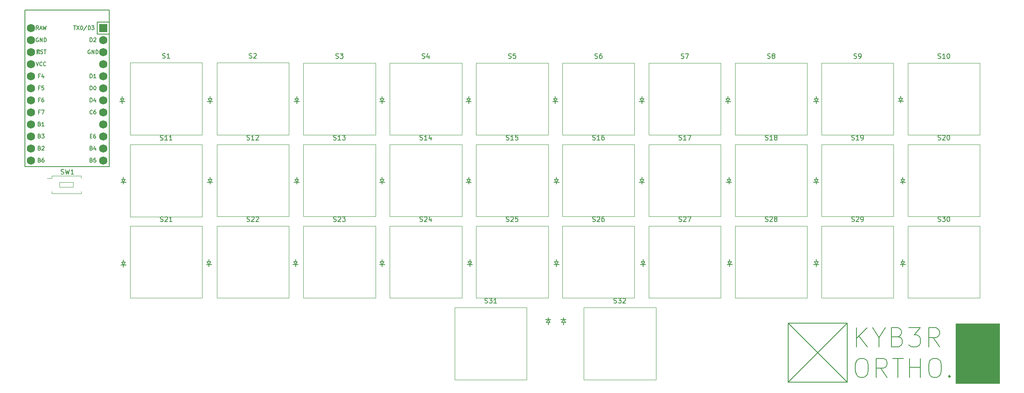
<source format=gbr>
%TF.GenerationSoftware,KiCad,Pcbnew,8.0.6*%
%TF.CreationDate,2025-04-17T08:46:25+02:00*%
%TF.ProjectId,KYBR_ORTHO,4b594252-5f4f-4525-9448-4f2e6b696361,rev?*%
%TF.SameCoordinates,Original*%
%TF.FileFunction,Legend,Top*%
%TF.FilePolarity,Positive*%
%FSLAX46Y46*%
G04 Gerber Fmt 4.6, Leading zero omitted, Abs format (unit mm)*
G04 Created by KiCad (PCBNEW 8.0.6) date 2025-04-17 08:46:25*
%MOMM*%
%LPD*%
G01*
G04 APERTURE LIST*
%ADD10C,0.100000*%
%ADD11C,0.200000*%
%ADD12C,0.150000*%
%ADD13C,0.120000*%
%ADD14R,1.752600X1.752600*%
%ADD15C,1.752600*%
G04 APERTURE END LIST*
D10*
X253400000Y-114200000D02*
X262600000Y-114200000D01*
X262600000Y-126800000D01*
X253400000Y-126800000D01*
X253400000Y-114200000D01*
G36*
X253400000Y-114200000D02*
G01*
X262600000Y-114200000D01*
X262600000Y-126800000D01*
X253400000Y-126800000D01*
X253400000Y-114200000D01*
G37*
D11*
X218100000Y-114100000D02*
X230500000Y-114100000D01*
X230500000Y-126500000D01*
X218100000Y-126500000D01*
X218100000Y-114100000D01*
X218100000Y-114100000D02*
X230500000Y-126500000D01*
X230500000Y-114100000D02*
X218100000Y-126500000D01*
D12*
X232451064Y-119062900D02*
X232451064Y-115062900D01*
X234736779Y-119062900D02*
X233022493Y-116777185D01*
X234736779Y-115062900D02*
X232451064Y-117348614D01*
X237212969Y-117158138D02*
X237212969Y-119062900D01*
X235879636Y-115062900D02*
X237212969Y-117158138D01*
X237212969Y-117158138D02*
X238546303Y-115062900D01*
X241212969Y-116967662D02*
X241784397Y-117158138D01*
X241784397Y-117158138D02*
X241974874Y-117348614D01*
X241974874Y-117348614D02*
X242165350Y-117729566D01*
X242165350Y-117729566D02*
X242165350Y-118300995D01*
X242165350Y-118300995D02*
X241974874Y-118681947D01*
X241974874Y-118681947D02*
X241784397Y-118872424D01*
X241784397Y-118872424D02*
X241403445Y-119062900D01*
X241403445Y-119062900D02*
X239879635Y-119062900D01*
X239879635Y-119062900D02*
X239879635Y-115062900D01*
X239879635Y-115062900D02*
X241212969Y-115062900D01*
X241212969Y-115062900D02*
X241593921Y-115253376D01*
X241593921Y-115253376D02*
X241784397Y-115443852D01*
X241784397Y-115443852D02*
X241974874Y-115824804D01*
X241974874Y-115824804D02*
X241974874Y-116205757D01*
X241974874Y-116205757D02*
X241784397Y-116586709D01*
X241784397Y-116586709D02*
X241593921Y-116777185D01*
X241593921Y-116777185D02*
X241212969Y-116967662D01*
X241212969Y-116967662D02*
X239879635Y-116967662D01*
X243498683Y-115062900D02*
X245974874Y-115062900D01*
X245974874Y-115062900D02*
X244641540Y-116586709D01*
X244641540Y-116586709D02*
X245212969Y-116586709D01*
X245212969Y-116586709D02*
X245593921Y-116777185D01*
X245593921Y-116777185D02*
X245784397Y-116967662D01*
X245784397Y-116967662D02*
X245974874Y-117348614D01*
X245974874Y-117348614D02*
X245974874Y-118300995D01*
X245974874Y-118300995D02*
X245784397Y-118681947D01*
X245784397Y-118681947D02*
X245593921Y-118872424D01*
X245593921Y-118872424D02*
X245212969Y-119062900D01*
X245212969Y-119062900D02*
X244070112Y-119062900D01*
X244070112Y-119062900D02*
X243689159Y-118872424D01*
X243689159Y-118872424D02*
X243498683Y-118681947D01*
X249974874Y-119062900D02*
X248641540Y-117158138D01*
X247689159Y-119062900D02*
X247689159Y-115062900D01*
X247689159Y-115062900D02*
X249212969Y-115062900D01*
X249212969Y-115062900D02*
X249593921Y-115253376D01*
X249593921Y-115253376D02*
X249784398Y-115443852D01*
X249784398Y-115443852D02*
X249974874Y-115824804D01*
X249974874Y-115824804D02*
X249974874Y-116396233D01*
X249974874Y-116396233D02*
X249784398Y-116777185D01*
X249784398Y-116777185D02*
X249593921Y-116967662D01*
X249593921Y-116967662D02*
X249212969Y-117158138D01*
X249212969Y-117158138D02*
X247689159Y-117158138D01*
X233212969Y-121502676D02*
X233974874Y-121502676D01*
X233974874Y-121502676D02*
X234355826Y-121693152D01*
X234355826Y-121693152D02*
X234736779Y-122074104D01*
X234736779Y-122074104D02*
X234927255Y-122836009D01*
X234927255Y-122836009D02*
X234927255Y-124169342D01*
X234927255Y-124169342D02*
X234736779Y-124931247D01*
X234736779Y-124931247D02*
X234355826Y-125312200D01*
X234355826Y-125312200D02*
X233974874Y-125502676D01*
X233974874Y-125502676D02*
X233212969Y-125502676D01*
X233212969Y-125502676D02*
X232832017Y-125312200D01*
X232832017Y-125312200D02*
X232451064Y-124931247D01*
X232451064Y-124931247D02*
X232260588Y-124169342D01*
X232260588Y-124169342D02*
X232260588Y-122836009D01*
X232260588Y-122836009D02*
X232451064Y-122074104D01*
X232451064Y-122074104D02*
X232832017Y-121693152D01*
X232832017Y-121693152D02*
X233212969Y-121502676D01*
X238927255Y-125502676D02*
X237593921Y-123597914D01*
X236641540Y-125502676D02*
X236641540Y-121502676D01*
X236641540Y-121502676D02*
X238165350Y-121502676D01*
X238165350Y-121502676D02*
X238546302Y-121693152D01*
X238546302Y-121693152D02*
X238736779Y-121883628D01*
X238736779Y-121883628D02*
X238927255Y-122264580D01*
X238927255Y-122264580D02*
X238927255Y-122836009D01*
X238927255Y-122836009D02*
X238736779Y-123216961D01*
X238736779Y-123216961D02*
X238546302Y-123407438D01*
X238546302Y-123407438D02*
X238165350Y-123597914D01*
X238165350Y-123597914D02*
X236641540Y-123597914D01*
X240070112Y-121502676D02*
X242355826Y-121502676D01*
X241212969Y-125502676D02*
X241212969Y-121502676D01*
X243689159Y-125502676D02*
X243689159Y-121502676D01*
X243689159Y-123407438D02*
X245974874Y-123407438D01*
X245974874Y-125502676D02*
X245974874Y-121502676D01*
X248641540Y-121502676D02*
X249403445Y-121502676D01*
X249403445Y-121502676D02*
X249784397Y-121693152D01*
X249784397Y-121693152D02*
X250165350Y-122074104D01*
X250165350Y-122074104D02*
X250355826Y-122836009D01*
X250355826Y-122836009D02*
X250355826Y-124169342D01*
X250355826Y-124169342D02*
X250165350Y-124931247D01*
X250165350Y-124931247D02*
X249784397Y-125312200D01*
X249784397Y-125312200D02*
X249403445Y-125502676D01*
X249403445Y-125502676D02*
X248641540Y-125502676D01*
X248641540Y-125502676D02*
X248260588Y-125312200D01*
X248260588Y-125312200D02*
X247879635Y-124931247D01*
X247879635Y-124931247D02*
X247689159Y-124169342D01*
X247689159Y-124169342D02*
X247689159Y-122836009D01*
X247689159Y-122836009D02*
X247879635Y-122074104D01*
X247879635Y-122074104D02*
X248260588Y-121693152D01*
X248260588Y-121693152D02*
X248641540Y-121502676D01*
X252070111Y-125121723D02*
X252260588Y-125312200D01*
X252260588Y-125312200D02*
X252070111Y-125502676D01*
X252070111Y-125502676D02*
X251879635Y-125312200D01*
X251879635Y-125312200D02*
X252070111Y-125121723D01*
X252070111Y-125121723D02*
X252070111Y-125502676D01*
X249661905Y-75407200D02*
X249804762Y-75454819D01*
X249804762Y-75454819D02*
X250042857Y-75454819D01*
X250042857Y-75454819D02*
X250138095Y-75407200D01*
X250138095Y-75407200D02*
X250185714Y-75359580D01*
X250185714Y-75359580D02*
X250233333Y-75264342D01*
X250233333Y-75264342D02*
X250233333Y-75169104D01*
X250233333Y-75169104D02*
X250185714Y-75073866D01*
X250185714Y-75073866D02*
X250138095Y-75026247D01*
X250138095Y-75026247D02*
X250042857Y-74978628D01*
X250042857Y-74978628D02*
X249852381Y-74931009D01*
X249852381Y-74931009D02*
X249757143Y-74883390D01*
X249757143Y-74883390D02*
X249709524Y-74835771D01*
X249709524Y-74835771D02*
X249661905Y-74740533D01*
X249661905Y-74740533D02*
X249661905Y-74645295D01*
X249661905Y-74645295D02*
X249709524Y-74550057D01*
X249709524Y-74550057D02*
X249757143Y-74502438D01*
X249757143Y-74502438D02*
X249852381Y-74454819D01*
X249852381Y-74454819D02*
X250090476Y-74454819D01*
X250090476Y-74454819D02*
X250233333Y-74502438D01*
X250614286Y-74550057D02*
X250661905Y-74502438D01*
X250661905Y-74502438D02*
X250757143Y-74454819D01*
X250757143Y-74454819D02*
X250995238Y-74454819D01*
X250995238Y-74454819D02*
X251090476Y-74502438D01*
X251090476Y-74502438D02*
X251138095Y-74550057D01*
X251138095Y-74550057D02*
X251185714Y-74645295D01*
X251185714Y-74645295D02*
X251185714Y-74740533D01*
X251185714Y-74740533D02*
X251138095Y-74883390D01*
X251138095Y-74883390D02*
X250566667Y-75454819D01*
X250566667Y-75454819D02*
X251185714Y-75454819D01*
X251804762Y-74454819D02*
X251900000Y-74454819D01*
X251900000Y-74454819D02*
X251995238Y-74502438D01*
X251995238Y-74502438D02*
X252042857Y-74550057D01*
X252042857Y-74550057D02*
X252090476Y-74645295D01*
X252090476Y-74645295D02*
X252138095Y-74835771D01*
X252138095Y-74835771D02*
X252138095Y-75073866D01*
X252138095Y-75073866D02*
X252090476Y-75264342D01*
X252090476Y-75264342D02*
X252042857Y-75359580D01*
X252042857Y-75359580D02*
X251995238Y-75407200D01*
X251995238Y-75407200D02*
X251900000Y-75454819D01*
X251900000Y-75454819D02*
X251804762Y-75454819D01*
X251804762Y-75454819D02*
X251709524Y-75407200D01*
X251709524Y-75407200D02*
X251661905Y-75359580D01*
X251661905Y-75359580D02*
X251614286Y-75264342D01*
X251614286Y-75264342D02*
X251566667Y-75073866D01*
X251566667Y-75073866D02*
X251566667Y-74835771D01*
X251566667Y-74835771D02*
X251614286Y-74645295D01*
X251614286Y-74645295D02*
X251661905Y-74550057D01*
X251661905Y-74550057D02*
X251709524Y-74502438D01*
X251709524Y-74502438D02*
X251804762Y-74454819D01*
X64836667Y-82607200D02*
X64979524Y-82654819D01*
X64979524Y-82654819D02*
X65217619Y-82654819D01*
X65217619Y-82654819D02*
X65312857Y-82607200D01*
X65312857Y-82607200D02*
X65360476Y-82559580D01*
X65360476Y-82559580D02*
X65408095Y-82464342D01*
X65408095Y-82464342D02*
X65408095Y-82369104D01*
X65408095Y-82369104D02*
X65360476Y-82273866D01*
X65360476Y-82273866D02*
X65312857Y-82226247D01*
X65312857Y-82226247D02*
X65217619Y-82178628D01*
X65217619Y-82178628D02*
X65027143Y-82131009D01*
X65027143Y-82131009D02*
X64931905Y-82083390D01*
X64931905Y-82083390D02*
X64884286Y-82035771D01*
X64884286Y-82035771D02*
X64836667Y-81940533D01*
X64836667Y-81940533D02*
X64836667Y-81845295D01*
X64836667Y-81845295D02*
X64884286Y-81750057D01*
X64884286Y-81750057D02*
X64931905Y-81702438D01*
X64931905Y-81702438D02*
X65027143Y-81654819D01*
X65027143Y-81654819D02*
X65265238Y-81654819D01*
X65265238Y-81654819D02*
X65408095Y-81702438D01*
X65741429Y-81654819D02*
X65979524Y-82654819D01*
X65979524Y-82654819D02*
X66170000Y-81940533D01*
X66170000Y-81940533D02*
X66360476Y-82654819D01*
X66360476Y-82654819D02*
X66598572Y-81654819D01*
X67503333Y-82654819D02*
X66931905Y-82654819D01*
X67217619Y-82654819D02*
X67217619Y-81654819D01*
X67217619Y-81654819D02*
X67122381Y-81797676D01*
X67122381Y-81797676D02*
X67027143Y-81892914D01*
X67027143Y-81892914D02*
X66931905Y-81940533D01*
X140461905Y-92607200D02*
X140604762Y-92654819D01*
X140604762Y-92654819D02*
X140842857Y-92654819D01*
X140842857Y-92654819D02*
X140938095Y-92607200D01*
X140938095Y-92607200D02*
X140985714Y-92559580D01*
X140985714Y-92559580D02*
X141033333Y-92464342D01*
X141033333Y-92464342D02*
X141033333Y-92369104D01*
X141033333Y-92369104D02*
X140985714Y-92273866D01*
X140985714Y-92273866D02*
X140938095Y-92226247D01*
X140938095Y-92226247D02*
X140842857Y-92178628D01*
X140842857Y-92178628D02*
X140652381Y-92131009D01*
X140652381Y-92131009D02*
X140557143Y-92083390D01*
X140557143Y-92083390D02*
X140509524Y-92035771D01*
X140509524Y-92035771D02*
X140461905Y-91940533D01*
X140461905Y-91940533D02*
X140461905Y-91845295D01*
X140461905Y-91845295D02*
X140509524Y-91750057D01*
X140509524Y-91750057D02*
X140557143Y-91702438D01*
X140557143Y-91702438D02*
X140652381Y-91654819D01*
X140652381Y-91654819D02*
X140890476Y-91654819D01*
X140890476Y-91654819D02*
X141033333Y-91702438D01*
X141414286Y-91750057D02*
X141461905Y-91702438D01*
X141461905Y-91702438D02*
X141557143Y-91654819D01*
X141557143Y-91654819D02*
X141795238Y-91654819D01*
X141795238Y-91654819D02*
X141890476Y-91702438D01*
X141890476Y-91702438D02*
X141938095Y-91750057D01*
X141938095Y-91750057D02*
X141985714Y-91845295D01*
X141985714Y-91845295D02*
X141985714Y-91940533D01*
X141985714Y-91940533D02*
X141938095Y-92083390D01*
X141938095Y-92083390D02*
X141366667Y-92654819D01*
X141366667Y-92654819D02*
X141985714Y-92654819D01*
X142842857Y-91988152D02*
X142842857Y-92654819D01*
X142604762Y-91607200D02*
X142366667Y-92321485D01*
X142366667Y-92321485D02*
X142985714Y-92321485D01*
X140461905Y-75407200D02*
X140604762Y-75454819D01*
X140604762Y-75454819D02*
X140842857Y-75454819D01*
X140842857Y-75454819D02*
X140938095Y-75407200D01*
X140938095Y-75407200D02*
X140985714Y-75359580D01*
X140985714Y-75359580D02*
X141033333Y-75264342D01*
X141033333Y-75264342D02*
X141033333Y-75169104D01*
X141033333Y-75169104D02*
X140985714Y-75073866D01*
X140985714Y-75073866D02*
X140938095Y-75026247D01*
X140938095Y-75026247D02*
X140842857Y-74978628D01*
X140842857Y-74978628D02*
X140652381Y-74931009D01*
X140652381Y-74931009D02*
X140557143Y-74883390D01*
X140557143Y-74883390D02*
X140509524Y-74835771D01*
X140509524Y-74835771D02*
X140461905Y-74740533D01*
X140461905Y-74740533D02*
X140461905Y-74645295D01*
X140461905Y-74645295D02*
X140509524Y-74550057D01*
X140509524Y-74550057D02*
X140557143Y-74502438D01*
X140557143Y-74502438D02*
X140652381Y-74454819D01*
X140652381Y-74454819D02*
X140890476Y-74454819D01*
X140890476Y-74454819D02*
X141033333Y-74502438D01*
X141985714Y-75454819D02*
X141414286Y-75454819D01*
X141700000Y-75454819D02*
X141700000Y-74454819D01*
X141700000Y-74454819D02*
X141604762Y-74597676D01*
X141604762Y-74597676D02*
X141509524Y-74692914D01*
X141509524Y-74692914D02*
X141414286Y-74740533D01*
X142842857Y-74788152D02*
X142842857Y-75454819D01*
X142604762Y-74407200D02*
X142366667Y-75121485D01*
X142366667Y-75121485D02*
X142985714Y-75121485D01*
X104011905Y-92607200D02*
X104154762Y-92654819D01*
X104154762Y-92654819D02*
X104392857Y-92654819D01*
X104392857Y-92654819D02*
X104488095Y-92607200D01*
X104488095Y-92607200D02*
X104535714Y-92559580D01*
X104535714Y-92559580D02*
X104583333Y-92464342D01*
X104583333Y-92464342D02*
X104583333Y-92369104D01*
X104583333Y-92369104D02*
X104535714Y-92273866D01*
X104535714Y-92273866D02*
X104488095Y-92226247D01*
X104488095Y-92226247D02*
X104392857Y-92178628D01*
X104392857Y-92178628D02*
X104202381Y-92131009D01*
X104202381Y-92131009D02*
X104107143Y-92083390D01*
X104107143Y-92083390D02*
X104059524Y-92035771D01*
X104059524Y-92035771D02*
X104011905Y-91940533D01*
X104011905Y-91940533D02*
X104011905Y-91845295D01*
X104011905Y-91845295D02*
X104059524Y-91750057D01*
X104059524Y-91750057D02*
X104107143Y-91702438D01*
X104107143Y-91702438D02*
X104202381Y-91654819D01*
X104202381Y-91654819D02*
X104440476Y-91654819D01*
X104440476Y-91654819D02*
X104583333Y-91702438D01*
X104964286Y-91750057D02*
X105011905Y-91702438D01*
X105011905Y-91702438D02*
X105107143Y-91654819D01*
X105107143Y-91654819D02*
X105345238Y-91654819D01*
X105345238Y-91654819D02*
X105440476Y-91702438D01*
X105440476Y-91702438D02*
X105488095Y-91750057D01*
X105488095Y-91750057D02*
X105535714Y-91845295D01*
X105535714Y-91845295D02*
X105535714Y-91940533D01*
X105535714Y-91940533D02*
X105488095Y-92083390D01*
X105488095Y-92083390D02*
X104916667Y-92654819D01*
X104916667Y-92654819D02*
X105535714Y-92654819D01*
X105916667Y-91750057D02*
X105964286Y-91702438D01*
X105964286Y-91702438D02*
X106059524Y-91654819D01*
X106059524Y-91654819D02*
X106297619Y-91654819D01*
X106297619Y-91654819D02*
X106392857Y-91702438D01*
X106392857Y-91702438D02*
X106440476Y-91750057D01*
X106440476Y-91750057D02*
X106488095Y-91845295D01*
X106488095Y-91845295D02*
X106488095Y-91940533D01*
X106488095Y-91940533D02*
X106440476Y-92083390D01*
X106440476Y-92083390D02*
X105869048Y-92654819D01*
X105869048Y-92654819D02*
X106488095Y-92654819D01*
X122261905Y-75407200D02*
X122404762Y-75454819D01*
X122404762Y-75454819D02*
X122642857Y-75454819D01*
X122642857Y-75454819D02*
X122738095Y-75407200D01*
X122738095Y-75407200D02*
X122785714Y-75359580D01*
X122785714Y-75359580D02*
X122833333Y-75264342D01*
X122833333Y-75264342D02*
X122833333Y-75169104D01*
X122833333Y-75169104D02*
X122785714Y-75073866D01*
X122785714Y-75073866D02*
X122738095Y-75026247D01*
X122738095Y-75026247D02*
X122642857Y-74978628D01*
X122642857Y-74978628D02*
X122452381Y-74931009D01*
X122452381Y-74931009D02*
X122357143Y-74883390D01*
X122357143Y-74883390D02*
X122309524Y-74835771D01*
X122309524Y-74835771D02*
X122261905Y-74740533D01*
X122261905Y-74740533D02*
X122261905Y-74645295D01*
X122261905Y-74645295D02*
X122309524Y-74550057D01*
X122309524Y-74550057D02*
X122357143Y-74502438D01*
X122357143Y-74502438D02*
X122452381Y-74454819D01*
X122452381Y-74454819D02*
X122690476Y-74454819D01*
X122690476Y-74454819D02*
X122833333Y-74502438D01*
X123785714Y-75454819D02*
X123214286Y-75454819D01*
X123500000Y-75454819D02*
X123500000Y-74454819D01*
X123500000Y-74454819D02*
X123404762Y-74597676D01*
X123404762Y-74597676D02*
X123309524Y-74692914D01*
X123309524Y-74692914D02*
X123214286Y-74740533D01*
X124119048Y-74454819D02*
X124738095Y-74454819D01*
X124738095Y-74454819D02*
X124404762Y-74835771D01*
X124404762Y-74835771D02*
X124547619Y-74835771D01*
X124547619Y-74835771D02*
X124642857Y-74883390D01*
X124642857Y-74883390D02*
X124690476Y-74931009D01*
X124690476Y-74931009D02*
X124738095Y-75026247D01*
X124738095Y-75026247D02*
X124738095Y-75264342D01*
X124738095Y-75264342D02*
X124690476Y-75359580D01*
X124690476Y-75359580D02*
X124642857Y-75407200D01*
X124642857Y-75407200D02*
X124547619Y-75454819D01*
X124547619Y-75454819D02*
X124261905Y-75454819D01*
X124261905Y-75454819D02*
X124166667Y-75407200D01*
X124166667Y-75407200D02*
X124119048Y-75359580D01*
X140938095Y-58207200D02*
X141080952Y-58254819D01*
X141080952Y-58254819D02*
X141319047Y-58254819D01*
X141319047Y-58254819D02*
X141414285Y-58207200D01*
X141414285Y-58207200D02*
X141461904Y-58159580D01*
X141461904Y-58159580D02*
X141509523Y-58064342D01*
X141509523Y-58064342D02*
X141509523Y-57969104D01*
X141509523Y-57969104D02*
X141461904Y-57873866D01*
X141461904Y-57873866D02*
X141414285Y-57826247D01*
X141414285Y-57826247D02*
X141319047Y-57778628D01*
X141319047Y-57778628D02*
X141128571Y-57731009D01*
X141128571Y-57731009D02*
X141033333Y-57683390D01*
X141033333Y-57683390D02*
X140985714Y-57635771D01*
X140985714Y-57635771D02*
X140938095Y-57540533D01*
X140938095Y-57540533D02*
X140938095Y-57445295D01*
X140938095Y-57445295D02*
X140985714Y-57350057D01*
X140985714Y-57350057D02*
X141033333Y-57302438D01*
X141033333Y-57302438D02*
X141128571Y-57254819D01*
X141128571Y-57254819D02*
X141366666Y-57254819D01*
X141366666Y-57254819D02*
X141509523Y-57302438D01*
X142366666Y-57588152D02*
X142366666Y-58254819D01*
X142128571Y-57207200D02*
X141890476Y-57921485D01*
X141890476Y-57921485D02*
X142509523Y-57921485D01*
X104488095Y-58157200D02*
X104630952Y-58204819D01*
X104630952Y-58204819D02*
X104869047Y-58204819D01*
X104869047Y-58204819D02*
X104964285Y-58157200D01*
X104964285Y-58157200D02*
X105011904Y-58109580D01*
X105011904Y-58109580D02*
X105059523Y-58014342D01*
X105059523Y-58014342D02*
X105059523Y-57919104D01*
X105059523Y-57919104D02*
X105011904Y-57823866D01*
X105011904Y-57823866D02*
X104964285Y-57776247D01*
X104964285Y-57776247D02*
X104869047Y-57728628D01*
X104869047Y-57728628D02*
X104678571Y-57681009D01*
X104678571Y-57681009D02*
X104583333Y-57633390D01*
X104583333Y-57633390D02*
X104535714Y-57585771D01*
X104535714Y-57585771D02*
X104488095Y-57490533D01*
X104488095Y-57490533D02*
X104488095Y-57395295D01*
X104488095Y-57395295D02*
X104535714Y-57300057D01*
X104535714Y-57300057D02*
X104583333Y-57252438D01*
X104583333Y-57252438D02*
X104678571Y-57204819D01*
X104678571Y-57204819D02*
X104916666Y-57204819D01*
X104916666Y-57204819D02*
X105059523Y-57252438D01*
X105440476Y-57300057D02*
X105488095Y-57252438D01*
X105488095Y-57252438D02*
X105583333Y-57204819D01*
X105583333Y-57204819D02*
X105821428Y-57204819D01*
X105821428Y-57204819D02*
X105916666Y-57252438D01*
X105916666Y-57252438D02*
X105964285Y-57300057D01*
X105964285Y-57300057D02*
X106011904Y-57395295D01*
X106011904Y-57395295D02*
X106011904Y-57490533D01*
X106011904Y-57490533D02*
X105964285Y-57633390D01*
X105964285Y-57633390D02*
X105392857Y-58204819D01*
X105392857Y-58204819D02*
X106011904Y-58204819D01*
X122261905Y-92607200D02*
X122404762Y-92654819D01*
X122404762Y-92654819D02*
X122642857Y-92654819D01*
X122642857Y-92654819D02*
X122738095Y-92607200D01*
X122738095Y-92607200D02*
X122785714Y-92559580D01*
X122785714Y-92559580D02*
X122833333Y-92464342D01*
X122833333Y-92464342D02*
X122833333Y-92369104D01*
X122833333Y-92369104D02*
X122785714Y-92273866D01*
X122785714Y-92273866D02*
X122738095Y-92226247D01*
X122738095Y-92226247D02*
X122642857Y-92178628D01*
X122642857Y-92178628D02*
X122452381Y-92131009D01*
X122452381Y-92131009D02*
X122357143Y-92083390D01*
X122357143Y-92083390D02*
X122309524Y-92035771D01*
X122309524Y-92035771D02*
X122261905Y-91940533D01*
X122261905Y-91940533D02*
X122261905Y-91845295D01*
X122261905Y-91845295D02*
X122309524Y-91750057D01*
X122309524Y-91750057D02*
X122357143Y-91702438D01*
X122357143Y-91702438D02*
X122452381Y-91654819D01*
X122452381Y-91654819D02*
X122690476Y-91654819D01*
X122690476Y-91654819D02*
X122833333Y-91702438D01*
X123214286Y-91750057D02*
X123261905Y-91702438D01*
X123261905Y-91702438D02*
X123357143Y-91654819D01*
X123357143Y-91654819D02*
X123595238Y-91654819D01*
X123595238Y-91654819D02*
X123690476Y-91702438D01*
X123690476Y-91702438D02*
X123738095Y-91750057D01*
X123738095Y-91750057D02*
X123785714Y-91845295D01*
X123785714Y-91845295D02*
X123785714Y-91940533D01*
X123785714Y-91940533D02*
X123738095Y-92083390D01*
X123738095Y-92083390D02*
X123166667Y-92654819D01*
X123166667Y-92654819D02*
X123785714Y-92654819D01*
X124119048Y-91654819D02*
X124738095Y-91654819D01*
X124738095Y-91654819D02*
X124404762Y-92035771D01*
X124404762Y-92035771D02*
X124547619Y-92035771D01*
X124547619Y-92035771D02*
X124642857Y-92083390D01*
X124642857Y-92083390D02*
X124690476Y-92131009D01*
X124690476Y-92131009D02*
X124738095Y-92226247D01*
X124738095Y-92226247D02*
X124738095Y-92464342D01*
X124738095Y-92464342D02*
X124690476Y-92559580D01*
X124690476Y-92559580D02*
X124642857Y-92607200D01*
X124642857Y-92607200D02*
X124547619Y-92654819D01*
X124547619Y-92654819D02*
X124261905Y-92654819D01*
X124261905Y-92654819D02*
X124166667Y-92607200D01*
X124166667Y-92607200D02*
X124119048Y-92559580D01*
X249661905Y-92607200D02*
X249804762Y-92654819D01*
X249804762Y-92654819D02*
X250042857Y-92654819D01*
X250042857Y-92654819D02*
X250138095Y-92607200D01*
X250138095Y-92607200D02*
X250185714Y-92559580D01*
X250185714Y-92559580D02*
X250233333Y-92464342D01*
X250233333Y-92464342D02*
X250233333Y-92369104D01*
X250233333Y-92369104D02*
X250185714Y-92273866D01*
X250185714Y-92273866D02*
X250138095Y-92226247D01*
X250138095Y-92226247D02*
X250042857Y-92178628D01*
X250042857Y-92178628D02*
X249852381Y-92131009D01*
X249852381Y-92131009D02*
X249757143Y-92083390D01*
X249757143Y-92083390D02*
X249709524Y-92035771D01*
X249709524Y-92035771D02*
X249661905Y-91940533D01*
X249661905Y-91940533D02*
X249661905Y-91845295D01*
X249661905Y-91845295D02*
X249709524Y-91750057D01*
X249709524Y-91750057D02*
X249757143Y-91702438D01*
X249757143Y-91702438D02*
X249852381Y-91654819D01*
X249852381Y-91654819D02*
X250090476Y-91654819D01*
X250090476Y-91654819D02*
X250233333Y-91702438D01*
X250566667Y-91654819D02*
X251185714Y-91654819D01*
X251185714Y-91654819D02*
X250852381Y-92035771D01*
X250852381Y-92035771D02*
X250995238Y-92035771D01*
X250995238Y-92035771D02*
X251090476Y-92083390D01*
X251090476Y-92083390D02*
X251138095Y-92131009D01*
X251138095Y-92131009D02*
X251185714Y-92226247D01*
X251185714Y-92226247D02*
X251185714Y-92464342D01*
X251185714Y-92464342D02*
X251138095Y-92559580D01*
X251138095Y-92559580D02*
X251090476Y-92607200D01*
X251090476Y-92607200D02*
X250995238Y-92654819D01*
X250995238Y-92654819D02*
X250709524Y-92654819D01*
X250709524Y-92654819D02*
X250614286Y-92607200D01*
X250614286Y-92607200D02*
X250566667Y-92559580D01*
X251804762Y-91654819D02*
X251900000Y-91654819D01*
X251900000Y-91654819D02*
X251995238Y-91702438D01*
X251995238Y-91702438D02*
X252042857Y-91750057D01*
X252042857Y-91750057D02*
X252090476Y-91845295D01*
X252090476Y-91845295D02*
X252138095Y-92035771D01*
X252138095Y-92035771D02*
X252138095Y-92273866D01*
X252138095Y-92273866D02*
X252090476Y-92464342D01*
X252090476Y-92464342D02*
X252042857Y-92559580D01*
X252042857Y-92559580D02*
X251995238Y-92607200D01*
X251995238Y-92607200D02*
X251900000Y-92654819D01*
X251900000Y-92654819D02*
X251804762Y-92654819D01*
X251804762Y-92654819D02*
X251709524Y-92607200D01*
X251709524Y-92607200D02*
X251661905Y-92559580D01*
X251661905Y-92559580D02*
X251614286Y-92464342D01*
X251614286Y-92464342D02*
X251566667Y-92273866D01*
X251566667Y-92273866D02*
X251566667Y-92035771D01*
X251566667Y-92035771D02*
X251614286Y-91845295D01*
X251614286Y-91845295D02*
X251661905Y-91750057D01*
X251661905Y-91750057D02*
X251709524Y-91702438D01*
X251709524Y-91702438D02*
X251804762Y-91654819D01*
X181361905Y-109807200D02*
X181504762Y-109854819D01*
X181504762Y-109854819D02*
X181742857Y-109854819D01*
X181742857Y-109854819D02*
X181838095Y-109807200D01*
X181838095Y-109807200D02*
X181885714Y-109759580D01*
X181885714Y-109759580D02*
X181933333Y-109664342D01*
X181933333Y-109664342D02*
X181933333Y-109569104D01*
X181933333Y-109569104D02*
X181885714Y-109473866D01*
X181885714Y-109473866D02*
X181838095Y-109426247D01*
X181838095Y-109426247D02*
X181742857Y-109378628D01*
X181742857Y-109378628D02*
X181552381Y-109331009D01*
X181552381Y-109331009D02*
X181457143Y-109283390D01*
X181457143Y-109283390D02*
X181409524Y-109235771D01*
X181409524Y-109235771D02*
X181361905Y-109140533D01*
X181361905Y-109140533D02*
X181361905Y-109045295D01*
X181361905Y-109045295D02*
X181409524Y-108950057D01*
X181409524Y-108950057D02*
X181457143Y-108902438D01*
X181457143Y-108902438D02*
X181552381Y-108854819D01*
X181552381Y-108854819D02*
X181790476Y-108854819D01*
X181790476Y-108854819D02*
X181933333Y-108902438D01*
X182266667Y-108854819D02*
X182885714Y-108854819D01*
X182885714Y-108854819D02*
X182552381Y-109235771D01*
X182552381Y-109235771D02*
X182695238Y-109235771D01*
X182695238Y-109235771D02*
X182790476Y-109283390D01*
X182790476Y-109283390D02*
X182838095Y-109331009D01*
X182838095Y-109331009D02*
X182885714Y-109426247D01*
X182885714Y-109426247D02*
X182885714Y-109664342D01*
X182885714Y-109664342D02*
X182838095Y-109759580D01*
X182838095Y-109759580D02*
X182790476Y-109807200D01*
X182790476Y-109807200D02*
X182695238Y-109854819D01*
X182695238Y-109854819D02*
X182409524Y-109854819D01*
X182409524Y-109854819D02*
X182314286Y-109807200D01*
X182314286Y-109807200D02*
X182266667Y-109759580D01*
X183266667Y-108950057D02*
X183314286Y-108902438D01*
X183314286Y-108902438D02*
X183409524Y-108854819D01*
X183409524Y-108854819D02*
X183647619Y-108854819D01*
X183647619Y-108854819D02*
X183742857Y-108902438D01*
X183742857Y-108902438D02*
X183790476Y-108950057D01*
X183790476Y-108950057D02*
X183838095Y-109045295D01*
X183838095Y-109045295D02*
X183838095Y-109140533D01*
X183838095Y-109140533D02*
X183790476Y-109283390D01*
X183790476Y-109283390D02*
X183219048Y-109854819D01*
X183219048Y-109854819D02*
X183838095Y-109854819D01*
X213261905Y-75407200D02*
X213404762Y-75454819D01*
X213404762Y-75454819D02*
X213642857Y-75454819D01*
X213642857Y-75454819D02*
X213738095Y-75407200D01*
X213738095Y-75407200D02*
X213785714Y-75359580D01*
X213785714Y-75359580D02*
X213833333Y-75264342D01*
X213833333Y-75264342D02*
X213833333Y-75169104D01*
X213833333Y-75169104D02*
X213785714Y-75073866D01*
X213785714Y-75073866D02*
X213738095Y-75026247D01*
X213738095Y-75026247D02*
X213642857Y-74978628D01*
X213642857Y-74978628D02*
X213452381Y-74931009D01*
X213452381Y-74931009D02*
X213357143Y-74883390D01*
X213357143Y-74883390D02*
X213309524Y-74835771D01*
X213309524Y-74835771D02*
X213261905Y-74740533D01*
X213261905Y-74740533D02*
X213261905Y-74645295D01*
X213261905Y-74645295D02*
X213309524Y-74550057D01*
X213309524Y-74550057D02*
X213357143Y-74502438D01*
X213357143Y-74502438D02*
X213452381Y-74454819D01*
X213452381Y-74454819D02*
X213690476Y-74454819D01*
X213690476Y-74454819D02*
X213833333Y-74502438D01*
X214785714Y-75454819D02*
X214214286Y-75454819D01*
X214500000Y-75454819D02*
X214500000Y-74454819D01*
X214500000Y-74454819D02*
X214404762Y-74597676D01*
X214404762Y-74597676D02*
X214309524Y-74692914D01*
X214309524Y-74692914D02*
X214214286Y-74740533D01*
X215357143Y-74883390D02*
X215261905Y-74835771D01*
X215261905Y-74835771D02*
X215214286Y-74788152D01*
X215214286Y-74788152D02*
X215166667Y-74692914D01*
X215166667Y-74692914D02*
X215166667Y-74645295D01*
X215166667Y-74645295D02*
X215214286Y-74550057D01*
X215214286Y-74550057D02*
X215261905Y-74502438D01*
X215261905Y-74502438D02*
X215357143Y-74454819D01*
X215357143Y-74454819D02*
X215547619Y-74454819D01*
X215547619Y-74454819D02*
X215642857Y-74502438D01*
X215642857Y-74502438D02*
X215690476Y-74550057D01*
X215690476Y-74550057D02*
X215738095Y-74645295D01*
X215738095Y-74645295D02*
X215738095Y-74692914D01*
X215738095Y-74692914D02*
X215690476Y-74788152D01*
X215690476Y-74788152D02*
X215642857Y-74835771D01*
X215642857Y-74835771D02*
X215547619Y-74883390D01*
X215547619Y-74883390D02*
X215357143Y-74883390D01*
X215357143Y-74883390D02*
X215261905Y-74931009D01*
X215261905Y-74931009D02*
X215214286Y-74978628D01*
X215214286Y-74978628D02*
X215166667Y-75073866D01*
X215166667Y-75073866D02*
X215166667Y-75264342D01*
X215166667Y-75264342D02*
X215214286Y-75359580D01*
X215214286Y-75359580D02*
X215261905Y-75407200D01*
X215261905Y-75407200D02*
X215357143Y-75454819D01*
X215357143Y-75454819D02*
X215547619Y-75454819D01*
X215547619Y-75454819D02*
X215642857Y-75407200D01*
X215642857Y-75407200D02*
X215690476Y-75359580D01*
X215690476Y-75359580D02*
X215738095Y-75264342D01*
X215738095Y-75264342D02*
X215738095Y-75073866D01*
X215738095Y-75073866D02*
X215690476Y-74978628D01*
X215690476Y-74978628D02*
X215642857Y-74931009D01*
X215642857Y-74931009D02*
X215547619Y-74883390D01*
X176861905Y-92607200D02*
X177004762Y-92654819D01*
X177004762Y-92654819D02*
X177242857Y-92654819D01*
X177242857Y-92654819D02*
X177338095Y-92607200D01*
X177338095Y-92607200D02*
X177385714Y-92559580D01*
X177385714Y-92559580D02*
X177433333Y-92464342D01*
X177433333Y-92464342D02*
X177433333Y-92369104D01*
X177433333Y-92369104D02*
X177385714Y-92273866D01*
X177385714Y-92273866D02*
X177338095Y-92226247D01*
X177338095Y-92226247D02*
X177242857Y-92178628D01*
X177242857Y-92178628D02*
X177052381Y-92131009D01*
X177052381Y-92131009D02*
X176957143Y-92083390D01*
X176957143Y-92083390D02*
X176909524Y-92035771D01*
X176909524Y-92035771D02*
X176861905Y-91940533D01*
X176861905Y-91940533D02*
X176861905Y-91845295D01*
X176861905Y-91845295D02*
X176909524Y-91750057D01*
X176909524Y-91750057D02*
X176957143Y-91702438D01*
X176957143Y-91702438D02*
X177052381Y-91654819D01*
X177052381Y-91654819D02*
X177290476Y-91654819D01*
X177290476Y-91654819D02*
X177433333Y-91702438D01*
X177814286Y-91750057D02*
X177861905Y-91702438D01*
X177861905Y-91702438D02*
X177957143Y-91654819D01*
X177957143Y-91654819D02*
X178195238Y-91654819D01*
X178195238Y-91654819D02*
X178290476Y-91702438D01*
X178290476Y-91702438D02*
X178338095Y-91750057D01*
X178338095Y-91750057D02*
X178385714Y-91845295D01*
X178385714Y-91845295D02*
X178385714Y-91940533D01*
X178385714Y-91940533D02*
X178338095Y-92083390D01*
X178338095Y-92083390D02*
X177766667Y-92654819D01*
X177766667Y-92654819D02*
X178385714Y-92654819D01*
X179242857Y-91654819D02*
X179052381Y-91654819D01*
X179052381Y-91654819D02*
X178957143Y-91702438D01*
X178957143Y-91702438D02*
X178909524Y-91750057D01*
X178909524Y-91750057D02*
X178814286Y-91892914D01*
X178814286Y-91892914D02*
X178766667Y-92083390D01*
X178766667Y-92083390D02*
X178766667Y-92464342D01*
X178766667Y-92464342D02*
X178814286Y-92559580D01*
X178814286Y-92559580D02*
X178861905Y-92607200D01*
X178861905Y-92607200D02*
X178957143Y-92654819D01*
X178957143Y-92654819D02*
X179147619Y-92654819D01*
X179147619Y-92654819D02*
X179242857Y-92607200D01*
X179242857Y-92607200D02*
X179290476Y-92559580D01*
X179290476Y-92559580D02*
X179338095Y-92464342D01*
X179338095Y-92464342D02*
X179338095Y-92226247D01*
X179338095Y-92226247D02*
X179290476Y-92131009D01*
X179290476Y-92131009D02*
X179242857Y-92083390D01*
X179242857Y-92083390D02*
X179147619Y-92035771D01*
X179147619Y-92035771D02*
X178957143Y-92035771D01*
X178957143Y-92035771D02*
X178861905Y-92083390D01*
X178861905Y-92083390D02*
X178814286Y-92131009D01*
X178814286Y-92131009D02*
X178766667Y-92226247D01*
X85761905Y-75457200D02*
X85904762Y-75504819D01*
X85904762Y-75504819D02*
X86142857Y-75504819D01*
X86142857Y-75504819D02*
X86238095Y-75457200D01*
X86238095Y-75457200D02*
X86285714Y-75409580D01*
X86285714Y-75409580D02*
X86333333Y-75314342D01*
X86333333Y-75314342D02*
X86333333Y-75219104D01*
X86333333Y-75219104D02*
X86285714Y-75123866D01*
X86285714Y-75123866D02*
X86238095Y-75076247D01*
X86238095Y-75076247D02*
X86142857Y-75028628D01*
X86142857Y-75028628D02*
X85952381Y-74981009D01*
X85952381Y-74981009D02*
X85857143Y-74933390D01*
X85857143Y-74933390D02*
X85809524Y-74885771D01*
X85809524Y-74885771D02*
X85761905Y-74790533D01*
X85761905Y-74790533D02*
X85761905Y-74695295D01*
X85761905Y-74695295D02*
X85809524Y-74600057D01*
X85809524Y-74600057D02*
X85857143Y-74552438D01*
X85857143Y-74552438D02*
X85952381Y-74504819D01*
X85952381Y-74504819D02*
X86190476Y-74504819D01*
X86190476Y-74504819D02*
X86333333Y-74552438D01*
X87285714Y-75504819D02*
X86714286Y-75504819D01*
X87000000Y-75504819D02*
X87000000Y-74504819D01*
X87000000Y-74504819D02*
X86904762Y-74647676D01*
X86904762Y-74647676D02*
X86809524Y-74742914D01*
X86809524Y-74742914D02*
X86714286Y-74790533D01*
X88238095Y-75504819D02*
X87666667Y-75504819D01*
X87952381Y-75504819D02*
X87952381Y-74504819D01*
X87952381Y-74504819D02*
X87857143Y-74647676D01*
X87857143Y-74647676D02*
X87761905Y-74742914D01*
X87761905Y-74742914D02*
X87666667Y-74790533D01*
X85761905Y-92607200D02*
X85904762Y-92654819D01*
X85904762Y-92654819D02*
X86142857Y-92654819D01*
X86142857Y-92654819D02*
X86238095Y-92607200D01*
X86238095Y-92607200D02*
X86285714Y-92559580D01*
X86285714Y-92559580D02*
X86333333Y-92464342D01*
X86333333Y-92464342D02*
X86333333Y-92369104D01*
X86333333Y-92369104D02*
X86285714Y-92273866D01*
X86285714Y-92273866D02*
X86238095Y-92226247D01*
X86238095Y-92226247D02*
X86142857Y-92178628D01*
X86142857Y-92178628D02*
X85952381Y-92131009D01*
X85952381Y-92131009D02*
X85857143Y-92083390D01*
X85857143Y-92083390D02*
X85809524Y-92035771D01*
X85809524Y-92035771D02*
X85761905Y-91940533D01*
X85761905Y-91940533D02*
X85761905Y-91845295D01*
X85761905Y-91845295D02*
X85809524Y-91750057D01*
X85809524Y-91750057D02*
X85857143Y-91702438D01*
X85857143Y-91702438D02*
X85952381Y-91654819D01*
X85952381Y-91654819D02*
X86190476Y-91654819D01*
X86190476Y-91654819D02*
X86333333Y-91702438D01*
X86714286Y-91750057D02*
X86761905Y-91702438D01*
X86761905Y-91702438D02*
X86857143Y-91654819D01*
X86857143Y-91654819D02*
X87095238Y-91654819D01*
X87095238Y-91654819D02*
X87190476Y-91702438D01*
X87190476Y-91702438D02*
X87238095Y-91750057D01*
X87238095Y-91750057D02*
X87285714Y-91845295D01*
X87285714Y-91845295D02*
X87285714Y-91940533D01*
X87285714Y-91940533D02*
X87238095Y-92083390D01*
X87238095Y-92083390D02*
X86666667Y-92654819D01*
X86666667Y-92654819D02*
X87285714Y-92654819D01*
X88238095Y-92654819D02*
X87666667Y-92654819D01*
X87952381Y-92654819D02*
X87952381Y-91654819D01*
X87952381Y-91654819D02*
X87857143Y-91797676D01*
X87857143Y-91797676D02*
X87761905Y-91892914D01*
X87761905Y-91892914D02*
X87666667Y-91940533D01*
X249661905Y-58207200D02*
X249804762Y-58254819D01*
X249804762Y-58254819D02*
X250042857Y-58254819D01*
X250042857Y-58254819D02*
X250138095Y-58207200D01*
X250138095Y-58207200D02*
X250185714Y-58159580D01*
X250185714Y-58159580D02*
X250233333Y-58064342D01*
X250233333Y-58064342D02*
X250233333Y-57969104D01*
X250233333Y-57969104D02*
X250185714Y-57873866D01*
X250185714Y-57873866D02*
X250138095Y-57826247D01*
X250138095Y-57826247D02*
X250042857Y-57778628D01*
X250042857Y-57778628D02*
X249852381Y-57731009D01*
X249852381Y-57731009D02*
X249757143Y-57683390D01*
X249757143Y-57683390D02*
X249709524Y-57635771D01*
X249709524Y-57635771D02*
X249661905Y-57540533D01*
X249661905Y-57540533D02*
X249661905Y-57445295D01*
X249661905Y-57445295D02*
X249709524Y-57350057D01*
X249709524Y-57350057D02*
X249757143Y-57302438D01*
X249757143Y-57302438D02*
X249852381Y-57254819D01*
X249852381Y-57254819D02*
X250090476Y-57254819D01*
X250090476Y-57254819D02*
X250233333Y-57302438D01*
X251185714Y-58254819D02*
X250614286Y-58254819D01*
X250900000Y-58254819D02*
X250900000Y-57254819D01*
X250900000Y-57254819D02*
X250804762Y-57397676D01*
X250804762Y-57397676D02*
X250709524Y-57492914D01*
X250709524Y-57492914D02*
X250614286Y-57540533D01*
X251804762Y-57254819D02*
X251900000Y-57254819D01*
X251900000Y-57254819D02*
X251995238Y-57302438D01*
X251995238Y-57302438D02*
X252042857Y-57350057D01*
X252042857Y-57350057D02*
X252090476Y-57445295D01*
X252090476Y-57445295D02*
X252138095Y-57635771D01*
X252138095Y-57635771D02*
X252138095Y-57873866D01*
X252138095Y-57873866D02*
X252090476Y-58064342D01*
X252090476Y-58064342D02*
X252042857Y-58159580D01*
X252042857Y-58159580D02*
X251995238Y-58207200D01*
X251995238Y-58207200D02*
X251900000Y-58254819D01*
X251900000Y-58254819D02*
X251804762Y-58254819D01*
X251804762Y-58254819D02*
X251709524Y-58207200D01*
X251709524Y-58207200D02*
X251661905Y-58159580D01*
X251661905Y-58159580D02*
X251614286Y-58064342D01*
X251614286Y-58064342D02*
X251566667Y-57873866D01*
X251566667Y-57873866D02*
X251566667Y-57635771D01*
X251566667Y-57635771D02*
X251614286Y-57445295D01*
X251614286Y-57445295D02*
X251661905Y-57350057D01*
X251661905Y-57350057D02*
X251709524Y-57302438D01*
X251709524Y-57302438D02*
X251804762Y-57254819D01*
X158661905Y-92607200D02*
X158804762Y-92654819D01*
X158804762Y-92654819D02*
X159042857Y-92654819D01*
X159042857Y-92654819D02*
X159138095Y-92607200D01*
X159138095Y-92607200D02*
X159185714Y-92559580D01*
X159185714Y-92559580D02*
X159233333Y-92464342D01*
X159233333Y-92464342D02*
X159233333Y-92369104D01*
X159233333Y-92369104D02*
X159185714Y-92273866D01*
X159185714Y-92273866D02*
X159138095Y-92226247D01*
X159138095Y-92226247D02*
X159042857Y-92178628D01*
X159042857Y-92178628D02*
X158852381Y-92131009D01*
X158852381Y-92131009D02*
X158757143Y-92083390D01*
X158757143Y-92083390D02*
X158709524Y-92035771D01*
X158709524Y-92035771D02*
X158661905Y-91940533D01*
X158661905Y-91940533D02*
X158661905Y-91845295D01*
X158661905Y-91845295D02*
X158709524Y-91750057D01*
X158709524Y-91750057D02*
X158757143Y-91702438D01*
X158757143Y-91702438D02*
X158852381Y-91654819D01*
X158852381Y-91654819D02*
X159090476Y-91654819D01*
X159090476Y-91654819D02*
X159233333Y-91702438D01*
X159614286Y-91750057D02*
X159661905Y-91702438D01*
X159661905Y-91702438D02*
X159757143Y-91654819D01*
X159757143Y-91654819D02*
X159995238Y-91654819D01*
X159995238Y-91654819D02*
X160090476Y-91702438D01*
X160090476Y-91702438D02*
X160138095Y-91750057D01*
X160138095Y-91750057D02*
X160185714Y-91845295D01*
X160185714Y-91845295D02*
X160185714Y-91940533D01*
X160185714Y-91940533D02*
X160138095Y-92083390D01*
X160138095Y-92083390D02*
X159566667Y-92654819D01*
X159566667Y-92654819D02*
X160185714Y-92654819D01*
X161090476Y-91654819D02*
X160614286Y-91654819D01*
X160614286Y-91654819D02*
X160566667Y-92131009D01*
X160566667Y-92131009D02*
X160614286Y-92083390D01*
X160614286Y-92083390D02*
X160709524Y-92035771D01*
X160709524Y-92035771D02*
X160947619Y-92035771D01*
X160947619Y-92035771D02*
X161042857Y-92083390D01*
X161042857Y-92083390D02*
X161090476Y-92131009D01*
X161090476Y-92131009D02*
X161138095Y-92226247D01*
X161138095Y-92226247D02*
X161138095Y-92464342D01*
X161138095Y-92464342D02*
X161090476Y-92559580D01*
X161090476Y-92559580D02*
X161042857Y-92607200D01*
X161042857Y-92607200D02*
X160947619Y-92654819D01*
X160947619Y-92654819D02*
X160709524Y-92654819D01*
X160709524Y-92654819D02*
X160614286Y-92607200D01*
X160614286Y-92607200D02*
X160566667Y-92559580D01*
X195061905Y-75407200D02*
X195204762Y-75454819D01*
X195204762Y-75454819D02*
X195442857Y-75454819D01*
X195442857Y-75454819D02*
X195538095Y-75407200D01*
X195538095Y-75407200D02*
X195585714Y-75359580D01*
X195585714Y-75359580D02*
X195633333Y-75264342D01*
X195633333Y-75264342D02*
X195633333Y-75169104D01*
X195633333Y-75169104D02*
X195585714Y-75073866D01*
X195585714Y-75073866D02*
X195538095Y-75026247D01*
X195538095Y-75026247D02*
X195442857Y-74978628D01*
X195442857Y-74978628D02*
X195252381Y-74931009D01*
X195252381Y-74931009D02*
X195157143Y-74883390D01*
X195157143Y-74883390D02*
X195109524Y-74835771D01*
X195109524Y-74835771D02*
X195061905Y-74740533D01*
X195061905Y-74740533D02*
X195061905Y-74645295D01*
X195061905Y-74645295D02*
X195109524Y-74550057D01*
X195109524Y-74550057D02*
X195157143Y-74502438D01*
X195157143Y-74502438D02*
X195252381Y-74454819D01*
X195252381Y-74454819D02*
X195490476Y-74454819D01*
X195490476Y-74454819D02*
X195633333Y-74502438D01*
X196585714Y-75454819D02*
X196014286Y-75454819D01*
X196300000Y-75454819D02*
X196300000Y-74454819D01*
X196300000Y-74454819D02*
X196204762Y-74597676D01*
X196204762Y-74597676D02*
X196109524Y-74692914D01*
X196109524Y-74692914D02*
X196014286Y-74740533D01*
X196919048Y-74454819D02*
X197585714Y-74454819D01*
X197585714Y-74454819D02*
X197157143Y-75454819D01*
X231938095Y-58207200D02*
X232080952Y-58254819D01*
X232080952Y-58254819D02*
X232319047Y-58254819D01*
X232319047Y-58254819D02*
X232414285Y-58207200D01*
X232414285Y-58207200D02*
X232461904Y-58159580D01*
X232461904Y-58159580D02*
X232509523Y-58064342D01*
X232509523Y-58064342D02*
X232509523Y-57969104D01*
X232509523Y-57969104D02*
X232461904Y-57873866D01*
X232461904Y-57873866D02*
X232414285Y-57826247D01*
X232414285Y-57826247D02*
X232319047Y-57778628D01*
X232319047Y-57778628D02*
X232128571Y-57731009D01*
X232128571Y-57731009D02*
X232033333Y-57683390D01*
X232033333Y-57683390D02*
X231985714Y-57635771D01*
X231985714Y-57635771D02*
X231938095Y-57540533D01*
X231938095Y-57540533D02*
X231938095Y-57445295D01*
X231938095Y-57445295D02*
X231985714Y-57350057D01*
X231985714Y-57350057D02*
X232033333Y-57302438D01*
X232033333Y-57302438D02*
X232128571Y-57254819D01*
X232128571Y-57254819D02*
X232366666Y-57254819D01*
X232366666Y-57254819D02*
X232509523Y-57302438D01*
X232985714Y-58254819D02*
X233176190Y-58254819D01*
X233176190Y-58254819D02*
X233271428Y-58207200D01*
X233271428Y-58207200D02*
X233319047Y-58159580D01*
X233319047Y-58159580D02*
X233414285Y-58016723D01*
X233414285Y-58016723D02*
X233461904Y-57826247D01*
X233461904Y-57826247D02*
X233461904Y-57445295D01*
X233461904Y-57445295D02*
X233414285Y-57350057D01*
X233414285Y-57350057D02*
X233366666Y-57302438D01*
X233366666Y-57302438D02*
X233271428Y-57254819D01*
X233271428Y-57254819D02*
X233080952Y-57254819D01*
X233080952Y-57254819D02*
X232985714Y-57302438D01*
X232985714Y-57302438D02*
X232938095Y-57350057D01*
X232938095Y-57350057D02*
X232890476Y-57445295D01*
X232890476Y-57445295D02*
X232890476Y-57683390D01*
X232890476Y-57683390D02*
X232938095Y-57778628D01*
X232938095Y-57778628D02*
X232985714Y-57826247D01*
X232985714Y-57826247D02*
X233080952Y-57873866D01*
X233080952Y-57873866D02*
X233271428Y-57873866D01*
X233271428Y-57873866D02*
X233366666Y-57826247D01*
X233366666Y-57826247D02*
X233414285Y-57778628D01*
X233414285Y-57778628D02*
X233461904Y-57683390D01*
X195538095Y-58207200D02*
X195680952Y-58254819D01*
X195680952Y-58254819D02*
X195919047Y-58254819D01*
X195919047Y-58254819D02*
X196014285Y-58207200D01*
X196014285Y-58207200D02*
X196061904Y-58159580D01*
X196061904Y-58159580D02*
X196109523Y-58064342D01*
X196109523Y-58064342D02*
X196109523Y-57969104D01*
X196109523Y-57969104D02*
X196061904Y-57873866D01*
X196061904Y-57873866D02*
X196014285Y-57826247D01*
X196014285Y-57826247D02*
X195919047Y-57778628D01*
X195919047Y-57778628D02*
X195728571Y-57731009D01*
X195728571Y-57731009D02*
X195633333Y-57683390D01*
X195633333Y-57683390D02*
X195585714Y-57635771D01*
X195585714Y-57635771D02*
X195538095Y-57540533D01*
X195538095Y-57540533D02*
X195538095Y-57445295D01*
X195538095Y-57445295D02*
X195585714Y-57350057D01*
X195585714Y-57350057D02*
X195633333Y-57302438D01*
X195633333Y-57302438D02*
X195728571Y-57254819D01*
X195728571Y-57254819D02*
X195966666Y-57254819D01*
X195966666Y-57254819D02*
X196109523Y-57302438D01*
X196442857Y-57254819D02*
X197109523Y-57254819D01*
X197109523Y-57254819D02*
X196680952Y-58254819D01*
X231461905Y-92607200D02*
X231604762Y-92654819D01*
X231604762Y-92654819D02*
X231842857Y-92654819D01*
X231842857Y-92654819D02*
X231938095Y-92607200D01*
X231938095Y-92607200D02*
X231985714Y-92559580D01*
X231985714Y-92559580D02*
X232033333Y-92464342D01*
X232033333Y-92464342D02*
X232033333Y-92369104D01*
X232033333Y-92369104D02*
X231985714Y-92273866D01*
X231985714Y-92273866D02*
X231938095Y-92226247D01*
X231938095Y-92226247D02*
X231842857Y-92178628D01*
X231842857Y-92178628D02*
X231652381Y-92131009D01*
X231652381Y-92131009D02*
X231557143Y-92083390D01*
X231557143Y-92083390D02*
X231509524Y-92035771D01*
X231509524Y-92035771D02*
X231461905Y-91940533D01*
X231461905Y-91940533D02*
X231461905Y-91845295D01*
X231461905Y-91845295D02*
X231509524Y-91750057D01*
X231509524Y-91750057D02*
X231557143Y-91702438D01*
X231557143Y-91702438D02*
X231652381Y-91654819D01*
X231652381Y-91654819D02*
X231890476Y-91654819D01*
X231890476Y-91654819D02*
X232033333Y-91702438D01*
X232414286Y-91750057D02*
X232461905Y-91702438D01*
X232461905Y-91702438D02*
X232557143Y-91654819D01*
X232557143Y-91654819D02*
X232795238Y-91654819D01*
X232795238Y-91654819D02*
X232890476Y-91702438D01*
X232890476Y-91702438D02*
X232938095Y-91750057D01*
X232938095Y-91750057D02*
X232985714Y-91845295D01*
X232985714Y-91845295D02*
X232985714Y-91940533D01*
X232985714Y-91940533D02*
X232938095Y-92083390D01*
X232938095Y-92083390D02*
X232366667Y-92654819D01*
X232366667Y-92654819D02*
X232985714Y-92654819D01*
X233461905Y-92654819D02*
X233652381Y-92654819D01*
X233652381Y-92654819D02*
X233747619Y-92607200D01*
X233747619Y-92607200D02*
X233795238Y-92559580D01*
X233795238Y-92559580D02*
X233890476Y-92416723D01*
X233890476Y-92416723D02*
X233938095Y-92226247D01*
X233938095Y-92226247D02*
X233938095Y-91845295D01*
X233938095Y-91845295D02*
X233890476Y-91750057D01*
X233890476Y-91750057D02*
X233842857Y-91702438D01*
X233842857Y-91702438D02*
X233747619Y-91654819D01*
X233747619Y-91654819D02*
X233557143Y-91654819D01*
X233557143Y-91654819D02*
X233461905Y-91702438D01*
X233461905Y-91702438D02*
X233414286Y-91750057D01*
X233414286Y-91750057D02*
X233366667Y-91845295D01*
X233366667Y-91845295D02*
X233366667Y-92083390D01*
X233366667Y-92083390D02*
X233414286Y-92178628D01*
X233414286Y-92178628D02*
X233461905Y-92226247D01*
X233461905Y-92226247D02*
X233557143Y-92273866D01*
X233557143Y-92273866D02*
X233747619Y-92273866D01*
X233747619Y-92273866D02*
X233842857Y-92226247D01*
X233842857Y-92226247D02*
X233890476Y-92178628D01*
X233890476Y-92178628D02*
X233938095Y-92083390D01*
X154161905Y-109807200D02*
X154304762Y-109854819D01*
X154304762Y-109854819D02*
X154542857Y-109854819D01*
X154542857Y-109854819D02*
X154638095Y-109807200D01*
X154638095Y-109807200D02*
X154685714Y-109759580D01*
X154685714Y-109759580D02*
X154733333Y-109664342D01*
X154733333Y-109664342D02*
X154733333Y-109569104D01*
X154733333Y-109569104D02*
X154685714Y-109473866D01*
X154685714Y-109473866D02*
X154638095Y-109426247D01*
X154638095Y-109426247D02*
X154542857Y-109378628D01*
X154542857Y-109378628D02*
X154352381Y-109331009D01*
X154352381Y-109331009D02*
X154257143Y-109283390D01*
X154257143Y-109283390D02*
X154209524Y-109235771D01*
X154209524Y-109235771D02*
X154161905Y-109140533D01*
X154161905Y-109140533D02*
X154161905Y-109045295D01*
X154161905Y-109045295D02*
X154209524Y-108950057D01*
X154209524Y-108950057D02*
X154257143Y-108902438D01*
X154257143Y-108902438D02*
X154352381Y-108854819D01*
X154352381Y-108854819D02*
X154590476Y-108854819D01*
X154590476Y-108854819D02*
X154733333Y-108902438D01*
X155066667Y-108854819D02*
X155685714Y-108854819D01*
X155685714Y-108854819D02*
X155352381Y-109235771D01*
X155352381Y-109235771D02*
X155495238Y-109235771D01*
X155495238Y-109235771D02*
X155590476Y-109283390D01*
X155590476Y-109283390D02*
X155638095Y-109331009D01*
X155638095Y-109331009D02*
X155685714Y-109426247D01*
X155685714Y-109426247D02*
X155685714Y-109664342D01*
X155685714Y-109664342D02*
X155638095Y-109759580D01*
X155638095Y-109759580D02*
X155590476Y-109807200D01*
X155590476Y-109807200D02*
X155495238Y-109854819D01*
X155495238Y-109854819D02*
X155209524Y-109854819D01*
X155209524Y-109854819D02*
X155114286Y-109807200D01*
X155114286Y-109807200D02*
X155066667Y-109759580D01*
X156638095Y-109854819D02*
X156066667Y-109854819D01*
X156352381Y-109854819D02*
X156352381Y-108854819D01*
X156352381Y-108854819D02*
X156257143Y-108997676D01*
X156257143Y-108997676D02*
X156161905Y-109092914D01*
X156161905Y-109092914D02*
X156066667Y-109140533D01*
X158661905Y-75407200D02*
X158804762Y-75454819D01*
X158804762Y-75454819D02*
X159042857Y-75454819D01*
X159042857Y-75454819D02*
X159138095Y-75407200D01*
X159138095Y-75407200D02*
X159185714Y-75359580D01*
X159185714Y-75359580D02*
X159233333Y-75264342D01*
X159233333Y-75264342D02*
X159233333Y-75169104D01*
X159233333Y-75169104D02*
X159185714Y-75073866D01*
X159185714Y-75073866D02*
X159138095Y-75026247D01*
X159138095Y-75026247D02*
X159042857Y-74978628D01*
X159042857Y-74978628D02*
X158852381Y-74931009D01*
X158852381Y-74931009D02*
X158757143Y-74883390D01*
X158757143Y-74883390D02*
X158709524Y-74835771D01*
X158709524Y-74835771D02*
X158661905Y-74740533D01*
X158661905Y-74740533D02*
X158661905Y-74645295D01*
X158661905Y-74645295D02*
X158709524Y-74550057D01*
X158709524Y-74550057D02*
X158757143Y-74502438D01*
X158757143Y-74502438D02*
X158852381Y-74454819D01*
X158852381Y-74454819D02*
X159090476Y-74454819D01*
X159090476Y-74454819D02*
X159233333Y-74502438D01*
X160185714Y-75454819D02*
X159614286Y-75454819D01*
X159900000Y-75454819D02*
X159900000Y-74454819D01*
X159900000Y-74454819D02*
X159804762Y-74597676D01*
X159804762Y-74597676D02*
X159709524Y-74692914D01*
X159709524Y-74692914D02*
X159614286Y-74740533D01*
X161090476Y-74454819D02*
X160614286Y-74454819D01*
X160614286Y-74454819D02*
X160566667Y-74931009D01*
X160566667Y-74931009D02*
X160614286Y-74883390D01*
X160614286Y-74883390D02*
X160709524Y-74835771D01*
X160709524Y-74835771D02*
X160947619Y-74835771D01*
X160947619Y-74835771D02*
X161042857Y-74883390D01*
X161042857Y-74883390D02*
X161090476Y-74931009D01*
X161090476Y-74931009D02*
X161138095Y-75026247D01*
X161138095Y-75026247D02*
X161138095Y-75264342D01*
X161138095Y-75264342D02*
X161090476Y-75359580D01*
X161090476Y-75359580D02*
X161042857Y-75407200D01*
X161042857Y-75407200D02*
X160947619Y-75454819D01*
X160947619Y-75454819D02*
X160709524Y-75454819D01*
X160709524Y-75454819D02*
X160614286Y-75407200D01*
X160614286Y-75407200D02*
X160566667Y-75359580D01*
X213738095Y-58207200D02*
X213880952Y-58254819D01*
X213880952Y-58254819D02*
X214119047Y-58254819D01*
X214119047Y-58254819D02*
X214214285Y-58207200D01*
X214214285Y-58207200D02*
X214261904Y-58159580D01*
X214261904Y-58159580D02*
X214309523Y-58064342D01*
X214309523Y-58064342D02*
X214309523Y-57969104D01*
X214309523Y-57969104D02*
X214261904Y-57873866D01*
X214261904Y-57873866D02*
X214214285Y-57826247D01*
X214214285Y-57826247D02*
X214119047Y-57778628D01*
X214119047Y-57778628D02*
X213928571Y-57731009D01*
X213928571Y-57731009D02*
X213833333Y-57683390D01*
X213833333Y-57683390D02*
X213785714Y-57635771D01*
X213785714Y-57635771D02*
X213738095Y-57540533D01*
X213738095Y-57540533D02*
X213738095Y-57445295D01*
X213738095Y-57445295D02*
X213785714Y-57350057D01*
X213785714Y-57350057D02*
X213833333Y-57302438D01*
X213833333Y-57302438D02*
X213928571Y-57254819D01*
X213928571Y-57254819D02*
X214166666Y-57254819D01*
X214166666Y-57254819D02*
X214309523Y-57302438D01*
X214880952Y-57683390D02*
X214785714Y-57635771D01*
X214785714Y-57635771D02*
X214738095Y-57588152D01*
X214738095Y-57588152D02*
X214690476Y-57492914D01*
X214690476Y-57492914D02*
X214690476Y-57445295D01*
X214690476Y-57445295D02*
X214738095Y-57350057D01*
X214738095Y-57350057D02*
X214785714Y-57302438D01*
X214785714Y-57302438D02*
X214880952Y-57254819D01*
X214880952Y-57254819D02*
X215071428Y-57254819D01*
X215071428Y-57254819D02*
X215166666Y-57302438D01*
X215166666Y-57302438D02*
X215214285Y-57350057D01*
X215214285Y-57350057D02*
X215261904Y-57445295D01*
X215261904Y-57445295D02*
X215261904Y-57492914D01*
X215261904Y-57492914D02*
X215214285Y-57588152D01*
X215214285Y-57588152D02*
X215166666Y-57635771D01*
X215166666Y-57635771D02*
X215071428Y-57683390D01*
X215071428Y-57683390D02*
X214880952Y-57683390D01*
X214880952Y-57683390D02*
X214785714Y-57731009D01*
X214785714Y-57731009D02*
X214738095Y-57778628D01*
X214738095Y-57778628D02*
X214690476Y-57873866D01*
X214690476Y-57873866D02*
X214690476Y-58064342D01*
X214690476Y-58064342D02*
X214738095Y-58159580D01*
X214738095Y-58159580D02*
X214785714Y-58207200D01*
X214785714Y-58207200D02*
X214880952Y-58254819D01*
X214880952Y-58254819D02*
X215071428Y-58254819D01*
X215071428Y-58254819D02*
X215166666Y-58207200D01*
X215166666Y-58207200D02*
X215214285Y-58159580D01*
X215214285Y-58159580D02*
X215261904Y-58064342D01*
X215261904Y-58064342D02*
X215261904Y-57873866D01*
X215261904Y-57873866D02*
X215214285Y-57778628D01*
X215214285Y-57778628D02*
X215166666Y-57731009D01*
X215166666Y-57731009D02*
X215071428Y-57683390D01*
X159138095Y-58207200D02*
X159280952Y-58254819D01*
X159280952Y-58254819D02*
X159519047Y-58254819D01*
X159519047Y-58254819D02*
X159614285Y-58207200D01*
X159614285Y-58207200D02*
X159661904Y-58159580D01*
X159661904Y-58159580D02*
X159709523Y-58064342D01*
X159709523Y-58064342D02*
X159709523Y-57969104D01*
X159709523Y-57969104D02*
X159661904Y-57873866D01*
X159661904Y-57873866D02*
X159614285Y-57826247D01*
X159614285Y-57826247D02*
X159519047Y-57778628D01*
X159519047Y-57778628D02*
X159328571Y-57731009D01*
X159328571Y-57731009D02*
X159233333Y-57683390D01*
X159233333Y-57683390D02*
X159185714Y-57635771D01*
X159185714Y-57635771D02*
X159138095Y-57540533D01*
X159138095Y-57540533D02*
X159138095Y-57445295D01*
X159138095Y-57445295D02*
X159185714Y-57350057D01*
X159185714Y-57350057D02*
X159233333Y-57302438D01*
X159233333Y-57302438D02*
X159328571Y-57254819D01*
X159328571Y-57254819D02*
X159566666Y-57254819D01*
X159566666Y-57254819D02*
X159709523Y-57302438D01*
X160614285Y-57254819D02*
X160138095Y-57254819D01*
X160138095Y-57254819D02*
X160090476Y-57731009D01*
X160090476Y-57731009D02*
X160138095Y-57683390D01*
X160138095Y-57683390D02*
X160233333Y-57635771D01*
X160233333Y-57635771D02*
X160471428Y-57635771D01*
X160471428Y-57635771D02*
X160566666Y-57683390D01*
X160566666Y-57683390D02*
X160614285Y-57731009D01*
X160614285Y-57731009D02*
X160661904Y-57826247D01*
X160661904Y-57826247D02*
X160661904Y-58064342D01*
X160661904Y-58064342D02*
X160614285Y-58159580D01*
X160614285Y-58159580D02*
X160566666Y-58207200D01*
X160566666Y-58207200D02*
X160471428Y-58254819D01*
X160471428Y-58254819D02*
X160233333Y-58254819D01*
X160233333Y-58254819D02*
X160138095Y-58207200D01*
X160138095Y-58207200D02*
X160090476Y-58159580D01*
X231461905Y-75407200D02*
X231604762Y-75454819D01*
X231604762Y-75454819D02*
X231842857Y-75454819D01*
X231842857Y-75454819D02*
X231938095Y-75407200D01*
X231938095Y-75407200D02*
X231985714Y-75359580D01*
X231985714Y-75359580D02*
X232033333Y-75264342D01*
X232033333Y-75264342D02*
X232033333Y-75169104D01*
X232033333Y-75169104D02*
X231985714Y-75073866D01*
X231985714Y-75073866D02*
X231938095Y-75026247D01*
X231938095Y-75026247D02*
X231842857Y-74978628D01*
X231842857Y-74978628D02*
X231652381Y-74931009D01*
X231652381Y-74931009D02*
X231557143Y-74883390D01*
X231557143Y-74883390D02*
X231509524Y-74835771D01*
X231509524Y-74835771D02*
X231461905Y-74740533D01*
X231461905Y-74740533D02*
X231461905Y-74645295D01*
X231461905Y-74645295D02*
X231509524Y-74550057D01*
X231509524Y-74550057D02*
X231557143Y-74502438D01*
X231557143Y-74502438D02*
X231652381Y-74454819D01*
X231652381Y-74454819D02*
X231890476Y-74454819D01*
X231890476Y-74454819D02*
X232033333Y-74502438D01*
X232985714Y-75454819D02*
X232414286Y-75454819D01*
X232700000Y-75454819D02*
X232700000Y-74454819D01*
X232700000Y-74454819D02*
X232604762Y-74597676D01*
X232604762Y-74597676D02*
X232509524Y-74692914D01*
X232509524Y-74692914D02*
X232414286Y-74740533D01*
X233461905Y-75454819D02*
X233652381Y-75454819D01*
X233652381Y-75454819D02*
X233747619Y-75407200D01*
X233747619Y-75407200D02*
X233795238Y-75359580D01*
X233795238Y-75359580D02*
X233890476Y-75216723D01*
X233890476Y-75216723D02*
X233938095Y-75026247D01*
X233938095Y-75026247D02*
X233938095Y-74645295D01*
X233938095Y-74645295D02*
X233890476Y-74550057D01*
X233890476Y-74550057D02*
X233842857Y-74502438D01*
X233842857Y-74502438D02*
X233747619Y-74454819D01*
X233747619Y-74454819D02*
X233557143Y-74454819D01*
X233557143Y-74454819D02*
X233461905Y-74502438D01*
X233461905Y-74502438D02*
X233414286Y-74550057D01*
X233414286Y-74550057D02*
X233366667Y-74645295D01*
X233366667Y-74645295D02*
X233366667Y-74883390D01*
X233366667Y-74883390D02*
X233414286Y-74978628D01*
X233414286Y-74978628D02*
X233461905Y-75026247D01*
X233461905Y-75026247D02*
X233557143Y-75073866D01*
X233557143Y-75073866D02*
X233747619Y-75073866D01*
X233747619Y-75073866D02*
X233842857Y-75026247D01*
X233842857Y-75026247D02*
X233890476Y-74978628D01*
X233890476Y-74978628D02*
X233938095Y-74883390D01*
X195061905Y-92607200D02*
X195204762Y-92654819D01*
X195204762Y-92654819D02*
X195442857Y-92654819D01*
X195442857Y-92654819D02*
X195538095Y-92607200D01*
X195538095Y-92607200D02*
X195585714Y-92559580D01*
X195585714Y-92559580D02*
X195633333Y-92464342D01*
X195633333Y-92464342D02*
X195633333Y-92369104D01*
X195633333Y-92369104D02*
X195585714Y-92273866D01*
X195585714Y-92273866D02*
X195538095Y-92226247D01*
X195538095Y-92226247D02*
X195442857Y-92178628D01*
X195442857Y-92178628D02*
X195252381Y-92131009D01*
X195252381Y-92131009D02*
X195157143Y-92083390D01*
X195157143Y-92083390D02*
X195109524Y-92035771D01*
X195109524Y-92035771D02*
X195061905Y-91940533D01*
X195061905Y-91940533D02*
X195061905Y-91845295D01*
X195061905Y-91845295D02*
X195109524Y-91750057D01*
X195109524Y-91750057D02*
X195157143Y-91702438D01*
X195157143Y-91702438D02*
X195252381Y-91654819D01*
X195252381Y-91654819D02*
X195490476Y-91654819D01*
X195490476Y-91654819D02*
X195633333Y-91702438D01*
X196014286Y-91750057D02*
X196061905Y-91702438D01*
X196061905Y-91702438D02*
X196157143Y-91654819D01*
X196157143Y-91654819D02*
X196395238Y-91654819D01*
X196395238Y-91654819D02*
X196490476Y-91702438D01*
X196490476Y-91702438D02*
X196538095Y-91750057D01*
X196538095Y-91750057D02*
X196585714Y-91845295D01*
X196585714Y-91845295D02*
X196585714Y-91940533D01*
X196585714Y-91940533D02*
X196538095Y-92083390D01*
X196538095Y-92083390D02*
X195966667Y-92654819D01*
X195966667Y-92654819D02*
X196585714Y-92654819D01*
X196919048Y-91654819D02*
X197585714Y-91654819D01*
X197585714Y-91654819D02*
X197157143Y-92654819D01*
X122738095Y-58207200D02*
X122880952Y-58254819D01*
X122880952Y-58254819D02*
X123119047Y-58254819D01*
X123119047Y-58254819D02*
X123214285Y-58207200D01*
X123214285Y-58207200D02*
X123261904Y-58159580D01*
X123261904Y-58159580D02*
X123309523Y-58064342D01*
X123309523Y-58064342D02*
X123309523Y-57969104D01*
X123309523Y-57969104D02*
X123261904Y-57873866D01*
X123261904Y-57873866D02*
X123214285Y-57826247D01*
X123214285Y-57826247D02*
X123119047Y-57778628D01*
X123119047Y-57778628D02*
X122928571Y-57731009D01*
X122928571Y-57731009D02*
X122833333Y-57683390D01*
X122833333Y-57683390D02*
X122785714Y-57635771D01*
X122785714Y-57635771D02*
X122738095Y-57540533D01*
X122738095Y-57540533D02*
X122738095Y-57445295D01*
X122738095Y-57445295D02*
X122785714Y-57350057D01*
X122785714Y-57350057D02*
X122833333Y-57302438D01*
X122833333Y-57302438D02*
X122928571Y-57254819D01*
X122928571Y-57254819D02*
X123166666Y-57254819D01*
X123166666Y-57254819D02*
X123309523Y-57302438D01*
X123642857Y-57254819D02*
X124261904Y-57254819D01*
X124261904Y-57254819D02*
X123928571Y-57635771D01*
X123928571Y-57635771D02*
X124071428Y-57635771D01*
X124071428Y-57635771D02*
X124166666Y-57683390D01*
X124166666Y-57683390D02*
X124214285Y-57731009D01*
X124214285Y-57731009D02*
X124261904Y-57826247D01*
X124261904Y-57826247D02*
X124261904Y-58064342D01*
X124261904Y-58064342D02*
X124214285Y-58159580D01*
X124214285Y-58159580D02*
X124166666Y-58207200D01*
X124166666Y-58207200D02*
X124071428Y-58254819D01*
X124071428Y-58254819D02*
X123785714Y-58254819D01*
X123785714Y-58254819D02*
X123690476Y-58207200D01*
X123690476Y-58207200D02*
X123642857Y-58159580D01*
X104011905Y-75407200D02*
X104154762Y-75454819D01*
X104154762Y-75454819D02*
X104392857Y-75454819D01*
X104392857Y-75454819D02*
X104488095Y-75407200D01*
X104488095Y-75407200D02*
X104535714Y-75359580D01*
X104535714Y-75359580D02*
X104583333Y-75264342D01*
X104583333Y-75264342D02*
X104583333Y-75169104D01*
X104583333Y-75169104D02*
X104535714Y-75073866D01*
X104535714Y-75073866D02*
X104488095Y-75026247D01*
X104488095Y-75026247D02*
X104392857Y-74978628D01*
X104392857Y-74978628D02*
X104202381Y-74931009D01*
X104202381Y-74931009D02*
X104107143Y-74883390D01*
X104107143Y-74883390D02*
X104059524Y-74835771D01*
X104059524Y-74835771D02*
X104011905Y-74740533D01*
X104011905Y-74740533D02*
X104011905Y-74645295D01*
X104011905Y-74645295D02*
X104059524Y-74550057D01*
X104059524Y-74550057D02*
X104107143Y-74502438D01*
X104107143Y-74502438D02*
X104202381Y-74454819D01*
X104202381Y-74454819D02*
X104440476Y-74454819D01*
X104440476Y-74454819D02*
X104583333Y-74502438D01*
X105535714Y-75454819D02*
X104964286Y-75454819D01*
X105250000Y-75454819D02*
X105250000Y-74454819D01*
X105250000Y-74454819D02*
X105154762Y-74597676D01*
X105154762Y-74597676D02*
X105059524Y-74692914D01*
X105059524Y-74692914D02*
X104964286Y-74740533D01*
X105916667Y-74550057D02*
X105964286Y-74502438D01*
X105964286Y-74502438D02*
X106059524Y-74454819D01*
X106059524Y-74454819D02*
X106297619Y-74454819D01*
X106297619Y-74454819D02*
X106392857Y-74502438D01*
X106392857Y-74502438D02*
X106440476Y-74550057D01*
X106440476Y-74550057D02*
X106488095Y-74645295D01*
X106488095Y-74645295D02*
X106488095Y-74740533D01*
X106488095Y-74740533D02*
X106440476Y-74883390D01*
X106440476Y-74883390D02*
X105869048Y-75454819D01*
X105869048Y-75454819D02*
X106488095Y-75454819D01*
X176861905Y-75407200D02*
X177004762Y-75454819D01*
X177004762Y-75454819D02*
X177242857Y-75454819D01*
X177242857Y-75454819D02*
X177338095Y-75407200D01*
X177338095Y-75407200D02*
X177385714Y-75359580D01*
X177385714Y-75359580D02*
X177433333Y-75264342D01*
X177433333Y-75264342D02*
X177433333Y-75169104D01*
X177433333Y-75169104D02*
X177385714Y-75073866D01*
X177385714Y-75073866D02*
X177338095Y-75026247D01*
X177338095Y-75026247D02*
X177242857Y-74978628D01*
X177242857Y-74978628D02*
X177052381Y-74931009D01*
X177052381Y-74931009D02*
X176957143Y-74883390D01*
X176957143Y-74883390D02*
X176909524Y-74835771D01*
X176909524Y-74835771D02*
X176861905Y-74740533D01*
X176861905Y-74740533D02*
X176861905Y-74645295D01*
X176861905Y-74645295D02*
X176909524Y-74550057D01*
X176909524Y-74550057D02*
X176957143Y-74502438D01*
X176957143Y-74502438D02*
X177052381Y-74454819D01*
X177052381Y-74454819D02*
X177290476Y-74454819D01*
X177290476Y-74454819D02*
X177433333Y-74502438D01*
X178385714Y-75454819D02*
X177814286Y-75454819D01*
X178100000Y-75454819D02*
X178100000Y-74454819D01*
X178100000Y-74454819D02*
X178004762Y-74597676D01*
X178004762Y-74597676D02*
X177909524Y-74692914D01*
X177909524Y-74692914D02*
X177814286Y-74740533D01*
X179242857Y-74454819D02*
X179052381Y-74454819D01*
X179052381Y-74454819D02*
X178957143Y-74502438D01*
X178957143Y-74502438D02*
X178909524Y-74550057D01*
X178909524Y-74550057D02*
X178814286Y-74692914D01*
X178814286Y-74692914D02*
X178766667Y-74883390D01*
X178766667Y-74883390D02*
X178766667Y-75264342D01*
X178766667Y-75264342D02*
X178814286Y-75359580D01*
X178814286Y-75359580D02*
X178861905Y-75407200D01*
X178861905Y-75407200D02*
X178957143Y-75454819D01*
X178957143Y-75454819D02*
X179147619Y-75454819D01*
X179147619Y-75454819D02*
X179242857Y-75407200D01*
X179242857Y-75407200D02*
X179290476Y-75359580D01*
X179290476Y-75359580D02*
X179338095Y-75264342D01*
X179338095Y-75264342D02*
X179338095Y-75026247D01*
X179338095Y-75026247D02*
X179290476Y-74931009D01*
X179290476Y-74931009D02*
X179242857Y-74883390D01*
X179242857Y-74883390D02*
X179147619Y-74835771D01*
X179147619Y-74835771D02*
X178957143Y-74835771D01*
X178957143Y-74835771D02*
X178861905Y-74883390D01*
X178861905Y-74883390D02*
X178814286Y-74931009D01*
X178814286Y-74931009D02*
X178766667Y-75026247D01*
X86238095Y-58157200D02*
X86380952Y-58204819D01*
X86380952Y-58204819D02*
X86619047Y-58204819D01*
X86619047Y-58204819D02*
X86714285Y-58157200D01*
X86714285Y-58157200D02*
X86761904Y-58109580D01*
X86761904Y-58109580D02*
X86809523Y-58014342D01*
X86809523Y-58014342D02*
X86809523Y-57919104D01*
X86809523Y-57919104D02*
X86761904Y-57823866D01*
X86761904Y-57823866D02*
X86714285Y-57776247D01*
X86714285Y-57776247D02*
X86619047Y-57728628D01*
X86619047Y-57728628D02*
X86428571Y-57681009D01*
X86428571Y-57681009D02*
X86333333Y-57633390D01*
X86333333Y-57633390D02*
X86285714Y-57585771D01*
X86285714Y-57585771D02*
X86238095Y-57490533D01*
X86238095Y-57490533D02*
X86238095Y-57395295D01*
X86238095Y-57395295D02*
X86285714Y-57300057D01*
X86285714Y-57300057D02*
X86333333Y-57252438D01*
X86333333Y-57252438D02*
X86428571Y-57204819D01*
X86428571Y-57204819D02*
X86666666Y-57204819D01*
X86666666Y-57204819D02*
X86809523Y-57252438D01*
X87761904Y-58204819D02*
X87190476Y-58204819D01*
X87476190Y-58204819D02*
X87476190Y-57204819D01*
X87476190Y-57204819D02*
X87380952Y-57347676D01*
X87380952Y-57347676D02*
X87285714Y-57442914D01*
X87285714Y-57442914D02*
X87190476Y-57490533D01*
X177338095Y-58207200D02*
X177480952Y-58254819D01*
X177480952Y-58254819D02*
X177719047Y-58254819D01*
X177719047Y-58254819D02*
X177814285Y-58207200D01*
X177814285Y-58207200D02*
X177861904Y-58159580D01*
X177861904Y-58159580D02*
X177909523Y-58064342D01*
X177909523Y-58064342D02*
X177909523Y-57969104D01*
X177909523Y-57969104D02*
X177861904Y-57873866D01*
X177861904Y-57873866D02*
X177814285Y-57826247D01*
X177814285Y-57826247D02*
X177719047Y-57778628D01*
X177719047Y-57778628D02*
X177528571Y-57731009D01*
X177528571Y-57731009D02*
X177433333Y-57683390D01*
X177433333Y-57683390D02*
X177385714Y-57635771D01*
X177385714Y-57635771D02*
X177338095Y-57540533D01*
X177338095Y-57540533D02*
X177338095Y-57445295D01*
X177338095Y-57445295D02*
X177385714Y-57350057D01*
X177385714Y-57350057D02*
X177433333Y-57302438D01*
X177433333Y-57302438D02*
X177528571Y-57254819D01*
X177528571Y-57254819D02*
X177766666Y-57254819D01*
X177766666Y-57254819D02*
X177909523Y-57302438D01*
X178766666Y-57254819D02*
X178576190Y-57254819D01*
X178576190Y-57254819D02*
X178480952Y-57302438D01*
X178480952Y-57302438D02*
X178433333Y-57350057D01*
X178433333Y-57350057D02*
X178338095Y-57492914D01*
X178338095Y-57492914D02*
X178290476Y-57683390D01*
X178290476Y-57683390D02*
X178290476Y-58064342D01*
X178290476Y-58064342D02*
X178338095Y-58159580D01*
X178338095Y-58159580D02*
X178385714Y-58207200D01*
X178385714Y-58207200D02*
X178480952Y-58254819D01*
X178480952Y-58254819D02*
X178671428Y-58254819D01*
X178671428Y-58254819D02*
X178766666Y-58207200D01*
X178766666Y-58207200D02*
X178814285Y-58159580D01*
X178814285Y-58159580D02*
X178861904Y-58064342D01*
X178861904Y-58064342D02*
X178861904Y-57826247D01*
X178861904Y-57826247D02*
X178814285Y-57731009D01*
X178814285Y-57731009D02*
X178766666Y-57683390D01*
X178766666Y-57683390D02*
X178671428Y-57635771D01*
X178671428Y-57635771D02*
X178480952Y-57635771D01*
X178480952Y-57635771D02*
X178385714Y-57683390D01*
X178385714Y-57683390D02*
X178338095Y-57731009D01*
X178338095Y-57731009D02*
X178290476Y-57826247D01*
X213261905Y-92607200D02*
X213404762Y-92654819D01*
X213404762Y-92654819D02*
X213642857Y-92654819D01*
X213642857Y-92654819D02*
X213738095Y-92607200D01*
X213738095Y-92607200D02*
X213785714Y-92559580D01*
X213785714Y-92559580D02*
X213833333Y-92464342D01*
X213833333Y-92464342D02*
X213833333Y-92369104D01*
X213833333Y-92369104D02*
X213785714Y-92273866D01*
X213785714Y-92273866D02*
X213738095Y-92226247D01*
X213738095Y-92226247D02*
X213642857Y-92178628D01*
X213642857Y-92178628D02*
X213452381Y-92131009D01*
X213452381Y-92131009D02*
X213357143Y-92083390D01*
X213357143Y-92083390D02*
X213309524Y-92035771D01*
X213309524Y-92035771D02*
X213261905Y-91940533D01*
X213261905Y-91940533D02*
X213261905Y-91845295D01*
X213261905Y-91845295D02*
X213309524Y-91750057D01*
X213309524Y-91750057D02*
X213357143Y-91702438D01*
X213357143Y-91702438D02*
X213452381Y-91654819D01*
X213452381Y-91654819D02*
X213690476Y-91654819D01*
X213690476Y-91654819D02*
X213833333Y-91702438D01*
X214214286Y-91750057D02*
X214261905Y-91702438D01*
X214261905Y-91702438D02*
X214357143Y-91654819D01*
X214357143Y-91654819D02*
X214595238Y-91654819D01*
X214595238Y-91654819D02*
X214690476Y-91702438D01*
X214690476Y-91702438D02*
X214738095Y-91750057D01*
X214738095Y-91750057D02*
X214785714Y-91845295D01*
X214785714Y-91845295D02*
X214785714Y-91940533D01*
X214785714Y-91940533D02*
X214738095Y-92083390D01*
X214738095Y-92083390D02*
X214166667Y-92654819D01*
X214166667Y-92654819D02*
X214785714Y-92654819D01*
X215357143Y-92083390D02*
X215261905Y-92035771D01*
X215261905Y-92035771D02*
X215214286Y-91988152D01*
X215214286Y-91988152D02*
X215166667Y-91892914D01*
X215166667Y-91892914D02*
X215166667Y-91845295D01*
X215166667Y-91845295D02*
X215214286Y-91750057D01*
X215214286Y-91750057D02*
X215261905Y-91702438D01*
X215261905Y-91702438D02*
X215357143Y-91654819D01*
X215357143Y-91654819D02*
X215547619Y-91654819D01*
X215547619Y-91654819D02*
X215642857Y-91702438D01*
X215642857Y-91702438D02*
X215690476Y-91750057D01*
X215690476Y-91750057D02*
X215738095Y-91845295D01*
X215738095Y-91845295D02*
X215738095Y-91892914D01*
X215738095Y-91892914D02*
X215690476Y-91988152D01*
X215690476Y-91988152D02*
X215642857Y-92035771D01*
X215642857Y-92035771D02*
X215547619Y-92083390D01*
X215547619Y-92083390D02*
X215357143Y-92083390D01*
X215357143Y-92083390D02*
X215261905Y-92131009D01*
X215261905Y-92131009D02*
X215214286Y-92178628D01*
X215214286Y-92178628D02*
X215166667Y-92273866D01*
X215166667Y-92273866D02*
X215166667Y-92464342D01*
X215166667Y-92464342D02*
X215214286Y-92559580D01*
X215214286Y-92559580D02*
X215261905Y-92607200D01*
X215261905Y-92607200D02*
X215357143Y-92654819D01*
X215357143Y-92654819D02*
X215547619Y-92654819D01*
X215547619Y-92654819D02*
X215642857Y-92607200D01*
X215642857Y-92607200D02*
X215690476Y-92559580D01*
X215690476Y-92559580D02*
X215738095Y-92464342D01*
X215738095Y-92464342D02*
X215738095Y-92273866D01*
X215738095Y-92273866D02*
X215690476Y-92178628D01*
X215690476Y-92178628D02*
X215642857Y-92131009D01*
X215642857Y-92131009D02*
X215547619Y-92083390D01*
X60372333Y-64473247D02*
X60105667Y-64473247D01*
X60105667Y-64892295D02*
X60105667Y-64092295D01*
X60105667Y-64092295D02*
X60486619Y-64092295D01*
X61172333Y-64092295D02*
X60791381Y-64092295D01*
X60791381Y-64092295D02*
X60753285Y-64473247D01*
X60753285Y-64473247D02*
X60791381Y-64435152D01*
X60791381Y-64435152D02*
X60867571Y-64397057D01*
X60867571Y-64397057D02*
X61058047Y-64397057D01*
X61058047Y-64397057D02*
X61134238Y-64435152D01*
X61134238Y-64435152D02*
X61172333Y-64473247D01*
X61172333Y-64473247D02*
X61210428Y-64549438D01*
X61210428Y-64549438D02*
X61210428Y-64739914D01*
X61210428Y-64739914D02*
X61172333Y-64816104D01*
X61172333Y-64816104D02*
X61134238Y-64854200D01*
X61134238Y-64854200D02*
X61058047Y-64892295D01*
X61058047Y-64892295D02*
X60867571Y-64892295D01*
X60867571Y-64892295D02*
X60791381Y-64854200D01*
X60791381Y-64854200D02*
X60753285Y-64816104D01*
X60315190Y-79713247D02*
X60429476Y-79751342D01*
X60429476Y-79751342D02*
X60467571Y-79789438D01*
X60467571Y-79789438D02*
X60505667Y-79865628D01*
X60505667Y-79865628D02*
X60505667Y-79979914D01*
X60505667Y-79979914D02*
X60467571Y-80056104D01*
X60467571Y-80056104D02*
X60429476Y-80094200D01*
X60429476Y-80094200D02*
X60353286Y-80132295D01*
X60353286Y-80132295D02*
X60048524Y-80132295D01*
X60048524Y-80132295D02*
X60048524Y-79332295D01*
X60048524Y-79332295D02*
X60315190Y-79332295D01*
X60315190Y-79332295D02*
X60391381Y-79370390D01*
X60391381Y-79370390D02*
X60429476Y-79408485D01*
X60429476Y-79408485D02*
X60467571Y-79484676D01*
X60467571Y-79484676D02*
X60467571Y-79560866D01*
X60467571Y-79560866D02*
X60429476Y-79637057D01*
X60429476Y-79637057D02*
X60391381Y-79675152D01*
X60391381Y-79675152D02*
X60315190Y-79713247D01*
X60315190Y-79713247D02*
X60048524Y-79713247D01*
X61191381Y-79332295D02*
X61039000Y-79332295D01*
X61039000Y-79332295D02*
X60962809Y-79370390D01*
X60962809Y-79370390D02*
X60924714Y-79408485D01*
X60924714Y-79408485D02*
X60848524Y-79522771D01*
X60848524Y-79522771D02*
X60810428Y-79675152D01*
X60810428Y-79675152D02*
X60810428Y-79979914D01*
X60810428Y-79979914D02*
X60848524Y-80056104D01*
X60848524Y-80056104D02*
X60886619Y-80094200D01*
X60886619Y-80094200D02*
X60962809Y-80132295D01*
X60962809Y-80132295D02*
X61115190Y-80132295D01*
X61115190Y-80132295D02*
X61191381Y-80094200D01*
X61191381Y-80094200D02*
X61229476Y-80056104D01*
X61229476Y-80056104D02*
X61267571Y-79979914D01*
X61267571Y-79979914D02*
X61267571Y-79789438D01*
X61267571Y-79789438D02*
X61229476Y-79713247D01*
X61229476Y-79713247D02*
X61191381Y-79675152D01*
X61191381Y-79675152D02*
X61115190Y-79637057D01*
X61115190Y-79637057D02*
X60962809Y-79637057D01*
X60962809Y-79637057D02*
X60886619Y-79675152D01*
X60886619Y-79675152D02*
X60848524Y-79713247D01*
X60848524Y-79713247D02*
X60810428Y-79789438D01*
X60372333Y-61933247D02*
X60105667Y-61933247D01*
X60105667Y-62352295D02*
X60105667Y-61552295D01*
X60105667Y-61552295D02*
X60486619Y-61552295D01*
X61134238Y-61818961D02*
X61134238Y-62352295D01*
X60943762Y-61514200D02*
X60753285Y-62085628D01*
X60753285Y-62085628D02*
X61248524Y-62085628D01*
X60315190Y-72093247D02*
X60429476Y-72131342D01*
X60429476Y-72131342D02*
X60467571Y-72169438D01*
X60467571Y-72169438D02*
X60505667Y-72245628D01*
X60505667Y-72245628D02*
X60505667Y-72359914D01*
X60505667Y-72359914D02*
X60467571Y-72436104D01*
X60467571Y-72436104D02*
X60429476Y-72474200D01*
X60429476Y-72474200D02*
X60353286Y-72512295D01*
X60353286Y-72512295D02*
X60048524Y-72512295D01*
X60048524Y-72512295D02*
X60048524Y-71712295D01*
X60048524Y-71712295D02*
X60315190Y-71712295D01*
X60315190Y-71712295D02*
X60391381Y-71750390D01*
X60391381Y-71750390D02*
X60429476Y-71788485D01*
X60429476Y-71788485D02*
X60467571Y-71864676D01*
X60467571Y-71864676D02*
X60467571Y-71940866D01*
X60467571Y-71940866D02*
X60429476Y-72017057D01*
X60429476Y-72017057D02*
X60391381Y-72055152D01*
X60391381Y-72055152D02*
X60315190Y-72093247D01*
X60315190Y-72093247D02*
X60048524Y-72093247D01*
X61267571Y-72512295D02*
X60810428Y-72512295D01*
X61039000Y-72512295D02*
X61039000Y-71712295D01*
X61039000Y-71712295D02*
X60962809Y-71826580D01*
X60962809Y-71826580D02*
X60886619Y-71902771D01*
X60886619Y-71902771D02*
X60810428Y-71940866D01*
X60526666Y-57214200D02*
X60640952Y-57252295D01*
X60640952Y-57252295D02*
X60831428Y-57252295D01*
X60831428Y-57252295D02*
X60907619Y-57214200D01*
X60907619Y-57214200D02*
X60945714Y-57176104D01*
X60945714Y-57176104D02*
X60983809Y-57099914D01*
X60983809Y-57099914D02*
X60983809Y-57023723D01*
X60983809Y-57023723D02*
X60945714Y-56947533D01*
X60945714Y-56947533D02*
X60907619Y-56909438D01*
X60907619Y-56909438D02*
X60831428Y-56871342D01*
X60831428Y-56871342D02*
X60679047Y-56833247D01*
X60679047Y-56833247D02*
X60602857Y-56795152D01*
X60602857Y-56795152D02*
X60564762Y-56757057D01*
X60564762Y-56757057D02*
X60526666Y-56680866D01*
X60526666Y-56680866D02*
X60526666Y-56604676D01*
X60526666Y-56604676D02*
X60564762Y-56528485D01*
X60564762Y-56528485D02*
X60602857Y-56490390D01*
X60602857Y-56490390D02*
X60679047Y-56452295D01*
X60679047Y-56452295D02*
X60869524Y-56452295D01*
X60869524Y-56452295D02*
X60983809Y-56490390D01*
X61212381Y-56452295D02*
X61669524Y-56452295D01*
X61440952Y-57252295D02*
X61440952Y-56452295D01*
X60315190Y-77173247D02*
X60429476Y-77211342D01*
X60429476Y-77211342D02*
X60467571Y-77249438D01*
X60467571Y-77249438D02*
X60505667Y-77325628D01*
X60505667Y-77325628D02*
X60505667Y-77439914D01*
X60505667Y-77439914D02*
X60467571Y-77516104D01*
X60467571Y-77516104D02*
X60429476Y-77554200D01*
X60429476Y-77554200D02*
X60353286Y-77592295D01*
X60353286Y-77592295D02*
X60048524Y-77592295D01*
X60048524Y-77592295D02*
X60048524Y-76792295D01*
X60048524Y-76792295D02*
X60315190Y-76792295D01*
X60315190Y-76792295D02*
X60391381Y-76830390D01*
X60391381Y-76830390D02*
X60429476Y-76868485D01*
X60429476Y-76868485D02*
X60467571Y-76944676D01*
X60467571Y-76944676D02*
X60467571Y-77020866D01*
X60467571Y-77020866D02*
X60429476Y-77097057D01*
X60429476Y-77097057D02*
X60391381Y-77135152D01*
X60391381Y-77135152D02*
X60315190Y-77173247D01*
X60315190Y-77173247D02*
X60048524Y-77173247D01*
X60810428Y-76868485D02*
X60848524Y-76830390D01*
X60848524Y-76830390D02*
X60924714Y-76792295D01*
X60924714Y-76792295D02*
X61115190Y-76792295D01*
X61115190Y-76792295D02*
X61191381Y-76830390D01*
X61191381Y-76830390D02*
X61229476Y-76868485D01*
X61229476Y-76868485D02*
X61267571Y-76944676D01*
X61267571Y-76944676D02*
X61267571Y-77020866D01*
X61267571Y-77020866D02*
X61229476Y-77135152D01*
X61229476Y-77135152D02*
X60772333Y-77592295D01*
X60772333Y-77592295D02*
X61267571Y-77592295D01*
X70951476Y-56510390D02*
X70875286Y-56472295D01*
X70875286Y-56472295D02*
X70761000Y-56472295D01*
X70761000Y-56472295D02*
X70646714Y-56510390D01*
X70646714Y-56510390D02*
X70570524Y-56586580D01*
X70570524Y-56586580D02*
X70532429Y-56662771D01*
X70532429Y-56662771D02*
X70494333Y-56815152D01*
X70494333Y-56815152D02*
X70494333Y-56929438D01*
X70494333Y-56929438D02*
X70532429Y-57081819D01*
X70532429Y-57081819D02*
X70570524Y-57158009D01*
X70570524Y-57158009D02*
X70646714Y-57234200D01*
X70646714Y-57234200D02*
X70761000Y-57272295D01*
X70761000Y-57272295D02*
X70837191Y-57272295D01*
X70837191Y-57272295D02*
X70951476Y-57234200D01*
X70951476Y-57234200D02*
X70989572Y-57196104D01*
X70989572Y-57196104D02*
X70989572Y-56929438D01*
X70989572Y-56929438D02*
X70837191Y-56929438D01*
X71332429Y-57272295D02*
X71332429Y-56472295D01*
X71332429Y-56472295D02*
X71789572Y-57272295D01*
X71789572Y-57272295D02*
X71789572Y-56472295D01*
X72170524Y-57272295D02*
X72170524Y-56472295D01*
X72170524Y-56472295D02*
X72361000Y-56472295D01*
X72361000Y-56472295D02*
X72475286Y-56510390D01*
X72475286Y-56510390D02*
X72551476Y-56586580D01*
X72551476Y-56586580D02*
X72589571Y-56662771D01*
X72589571Y-56662771D02*
X72627667Y-56815152D01*
X72627667Y-56815152D02*
X72627667Y-56929438D01*
X72627667Y-56929438D02*
X72589571Y-57081819D01*
X72589571Y-57081819D02*
X72551476Y-57158009D01*
X72551476Y-57158009D02*
X72475286Y-57234200D01*
X72475286Y-57234200D02*
X72361000Y-57272295D01*
X72361000Y-57272295D02*
X72170524Y-57272295D01*
X70970524Y-64892295D02*
X70970524Y-64092295D01*
X70970524Y-64092295D02*
X71161000Y-64092295D01*
X71161000Y-64092295D02*
X71275286Y-64130390D01*
X71275286Y-64130390D02*
X71351476Y-64206580D01*
X71351476Y-64206580D02*
X71389571Y-64282771D01*
X71389571Y-64282771D02*
X71427667Y-64435152D01*
X71427667Y-64435152D02*
X71427667Y-64549438D01*
X71427667Y-64549438D02*
X71389571Y-64701819D01*
X71389571Y-64701819D02*
X71351476Y-64778009D01*
X71351476Y-64778009D02*
X71275286Y-64854200D01*
X71275286Y-64854200D02*
X71161000Y-64892295D01*
X71161000Y-64892295D02*
X70970524Y-64892295D01*
X71922905Y-64092295D02*
X71999095Y-64092295D01*
X71999095Y-64092295D02*
X72075286Y-64130390D01*
X72075286Y-64130390D02*
X72113381Y-64168485D01*
X72113381Y-64168485D02*
X72151476Y-64244676D01*
X72151476Y-64244676D02*
X72189571Y-64397057D01*
X72189571Y-64397057D02*
X72189571Y-64587533D01*
X72189571Y-64587533D02*
X72151476Y-64739914D01*
X72151476Y-64739914D02*
X72113381Y-64816104D01*
X72113381Y-64816104D02*
X72075286Y-64854200D01*
X72075286Y-64854200D02*
X71999095Y-64892295D01*
X71999095Y-64892295D02*
X71922905Y-64892295D01*
X71922905Y-64892295D02*
X71846714Y-64854200D01*
X71846714Y-64854200D02*
X71808619Y-64816104D01*
X71808619Y-64816104D02*
X71770524Y-64739914D01*
X71770524Y-64739914D02*
X71732428Y-64587533D01*
X71732428Y-64587533D02*
X71732428Y-64397057D01*
X71732428Y-64397057D02*
X71770524Y-64244676D01*
X71770524Y-64244676D02*
X71808619Y-64168485D01*
X71808619Y-64168485D02*
X71846714Y-64130390D01*
X71846714Y-64130390D02*
X71922905Y-64092295D01*
X71427667Y-69896104D02*
X71389571Y-69934200D01*
X71389571Y-69934200D02*
X71275286Y-69972295D01*
X71275286Y-69972295D02*
X71199095Y-69972295D01*
X71199095Y-69972295D02*
X71084809Y-69934200D01*
X71084809Y-69934200D02*
X71008619Y-69858009D01*
X71008619Y-69858009D02*
X70970524Y-69781819D01*
X70970524Y-69781819D02*
X70932428Y-69629438D01*
X70932428Y-69629438D02*
X70932428Y-69515152D01*
X70932428Y-69515152D02*
X70970524Y-69362771D01*
X70970524Y-69362771D02*
X71008619Y-69286580D01*
X71008619Y-69286580D02*
X71084809Y-69210390D01*
X71084809Y-69210390D02*
X71199095Y-69172295D01*
X71199095Y-69172295D02*
X71275286Y-69172295D01*
X71275286Y-69172295D02*
X71389571Y-69210390D01*
X71389571Y-69210390D02*
X71427667Y-69248485D01*
X72113381Y-69172295D02*
X71961000Y-69172295D01*
X71961000Y-69172295D02*
X71884809Y-69210390D01*
X71884809Y-69210390D02*
X71846714Y-69248485D01*
X71846714Y-69248485D02*
X71770524Y-69362771D01*
X71770524Y-69362771D02*
X71732428Y-69515152D01*
X71732428Y-69515152D02*
X71732428Y-69819914D01*
X71732428Y-69819914D02*
X71770524Y-69896104D01*
X71770524Y-69896104D02*
X71808619Y-69934200D01*
X71808619Y-69934200D02*
X71884809Y-69972295D01*
X71884809Y-69972295D02*
X72037190Y-69972295D01*
X72037190Y-69972295D02*
X72113381Y-69934200D01*
X72113381Y-69934200D02*
X72151476Y-69896104D01*
X72151476Y-69896104D02*
X72189571Y-69819914D01*
X72189571Y-69819914D02*
X72189571Y-69629438D01*
X72189571Y-69629438D02*
X72151476Y-69553247D01*
X72151476Y-69553247D02*
X72113381Y-69515152D01*
X72113381Y-69515152D02*
X72037190Y-69477057D01*
X72037190Y-69477057D02*
X71884809Y-69477057D01*
X71884809Y-69477057D02*
X71808619Y-69515152D01*
X71808619Y-69515152D02*
X71770524Y-69553247D01*
X71770524Y-69553247D02*
X71732428Y-69629438D01*
X71237190Y-79713247D02*
X71351476Y-79751342D01*
X71351476Y-79751342D02*
X71389571Y-79789438D01*
X71389571Y-79789438D02*
X71427667Y-79865628D01*
X71427667Y-79865628D02*
X71427667Y-79979914D01*
X71427667Y-79979914D02*
X71389571Y-80056104D01*
X71389571Y-80056104D02*
X71351476Y-80094200D01*
X71351476Y-80094200D02*
X71275286Y-80132295D01*
X71275286Y-80132295D02*
X70970524Y-80132295D01*
X70970524Y-80132295D02*
X70970524Y-79332295D01*
X70970524Y-79332295D02*
X71237190Y-79332295D01*
X71237190Y-79332295D02*
X71313381Y-79370390D01*
X71313381Y-79370390D02*
X71351476Y-79408485D01*
X71351476Y-79408485D02*
X71389571Y-79484676D01*
X71389571Y-79484676D02*
X71389571Y-79560866D01*
X71389571Y-79560866D02*
X71351476Y-79637057D01*
X71351476Y-79637057D02*
X71313381Y-79675152D01*
X71313381Y-79675152D02*
X71237190Y-79713247D01*
X71237190Y-79713247D02*
X70970524Y-79713247D01*
X72151476Y-79332295D02*
X71770524Y-79332295D01*
X71770524Y-79332295D02*
X71732428Y-79713247D01*
X71732428Y-79713247D02*
X71770524Y-79675152D01*
X71770524Y-79675152D02*
X71846714Y-79637057D01*
X71846714Y-79637057D02*
X72037190Y-79637057D01*
X72037190Y-79637057D02*
X72113381Y-79675152D01*
X72113381Y-79675152D02*
X72151476Y-79713247D01*
X72151476Y-79713247D02*
X72189571Y-79789438D01*
X72189571Y-79789438D02*
X72189571Y-79979914D01*
X72189571Y-79979914D02*
X72151476Y-80056104D01*
X72151476Y-80056104D02*
X72113381Y-80094200D01*
X72113381Y-80094200D02*
X72037190Y-80132295D01*
X72037190Y-80132295D02*
X71846714Y-80132295D01*
X71846714Y-80132295D02*
X71770524Y-80094200D01*
X71770524Y-80094200D02*
X71732428Y-80056104D01*
X67481395Y-51392295D02*
X67938538Y-51392295D01*
X67709966Y-52192295D02*
X67709966Y-51392295D01*
X68129014Y-51392295D02*
X68662348Y-52192295D01*
X68662348Y-51392295D02*
X68129014Y-52192295D01*
X69119491Y-51392295D02*
X69195681Y-51392295D01*
X69195681Y-51392295D02*
X69271872Y-51430390D01*
X69271872Y-51430390D02*
X69309967Y-51468485D01*
X69309967Y-51468485D02*
X69348062Y-51544676D01*
X69348062Y-51544676D02*
X69386157Y-51697057D01*
X69386157Y-51697057D02*
X69386157Y-51887533D01*
X69386157Y-51887533D02*
X69348062Y-52039914D01*
X69348062Y-52039914D02*
X69309967Y-52116104D01*
X69309967Y-52116104D02*
X69271872Y-52154200D01*
X69271872Y-52154200D02*
X69195681Y-52192295D01*
X69195681Y-52192295D02*
X69119491Y-52192295D01*
X69119491Y-52192295D02*
X69043300Y-52154200D01*
X69043300Y-52154200D02*
X69005205Y-52116104D01*
X69005205Y-52116104D02*
X68967110Y-52039914D01*
X68967110Y-52039914D02*
X68929014Y-51887533D01*
X68929014Y-51887533D02*
X68929014Y-51697057D01*
X68929014Y-51697057D02*
X68967110Y-51544676D01*
X68967110Y-51544676D02*
X69005205Y-51468485D01*
X69005205Y-51468485D02*
X69043300Y-51430390D01*
X69043300Y-51430390D02*
X69119491Y-51392295D01*
X70300443Y-51354200D02*
X69614729Y-52382771D01*
X70567110Y-52192295D02*
X70567110Y-51392295D01*
X70567110Y-51392295D02*
X70757586Y-51392295D01*
X70757586Y-51392295D02*
X70871872Y-51430390D01*
X70871872Y-51430390D02*
X70948062Y-51506580D01*
X70948062Y-51506580D02*
X70986157Y-51582771D01*
X70986157Y-51582771D02*
X71024253Y-51735152D01*
X71024253Y-51735152D02*
X71024253Y-51849438D01*
X71024253Y-51849438D02*
X70986157Y-52001819D01*
X70986157Y-52001819D02*
X70948062Y-52078009D01*
X70948062Y-52078009D02*
X70871872Y-52154200D01*
X70871872Y-52154200D02*
X70757586Y-52192295D01*
X70757586Y-52192295D02*
X70567110Y-52192295D01*
X71290919Y-51392295D02*
X71786157Y-51392295D01*
X71786157Y-51392295D02*
X71519491Y-51697057D01*
X71519491Y-51697057D02*
X71633776Y-51697057D01*
X71633776Y-51697057D02*
X71709967Y-51735152D01*
X71709967Y-51735152D02*
X71748062Y-51773247D01*
X71748062Y-51773247D02*
X71786157Y-51849438D01*
X71786157Y-51849438D02*
X71786157Y-52039914D01*
X71786157Y-52039914D02*
X71748062Y-52116104D01*
X71748062Y-52116104D02*
X71709967Y-52154200D01*
X71709967Y-52154200D02*
X71633776Y-52192295D01*
X71633776Y-52192295D02*
X71405205Y-52192295D01*
X71405205Y-52192295D02*
X71329014Y-52154200D01*
X71329014Y-52154200D02*
X71290919Y-52116104D01*
X60372333Y-69553247D02*
X60105667Y-69553247D01*
X60105667Y-69972295D02*
X60105667Y-69172295D01*
X60105667Y-69172295D02*
X60486619Y-69172295D01*
X60715190Y-69172295D02*
X61248524Y-69172295D01*
X61248524Y-69172295D02*
X60905666Y-69972295D01*
X59572333Y-59012295D02*
X59839000Y-59812295D01*
X59839000Y-59812295D02*
X60105666Y-59012295D01*
X60829476Y-59736104D02*
X60791380Y-59774200D01*
X60791380Y-59774200D02*
X60677095Y-59812295D01*
X60677095Y-59812295D02*
X60600904Y-59812295D01*
X60600904Y-59812295D02*
X60486618Y-59774200D01*
X60486618Y-59774200D02*
X60410428Y-59698009D01*
X60410428Y-59698009D02*
X60372333Y-59621819D01*
X60372333Y-59621819D02*
X60334237Y-59469438D01*
X60334237Y-59469438D02*
X60334237Y-59355152D01*
X60334237Y-59355152D02*
X60372333Y-59202771D01*
X60372333Y-59202771D02*
X60410428Y-59126580D01*
X60410428Y-59126580D02*
X60486618Y-59050390D01*
X60486618Y-59050390D02*
X60600904Y-59012295D01*
X60600904Y-59012295D02*
X60677095Y-59012295D01*
X60677095Y-59012295D02*
X60791380Y-59050390D01*
X60791380Y-59050390D02*
X60829476Y-59088485D01*
X61629476Y-59736104D02*
X61591380Y-59774200D01*
X61591380Y-59774200D02*
X61477095Y-59812295D01*
X61477095Y-59812295D02*
X61400904Y-59812295D01*
X61400904Y-59812295D02*
X61286618Y-59774200D01*
X61286618Y-59774200D02*
X61210428Y-59698009D01*
X61210428Y-59698009D02*
X61172333Y-59621819D01*
X61172333Y-59621819D02*
X61134237Y-59469438D01*
X61134237Y-59469438D02*
X61134237Y-59355152D01*
X61134237Y-59355152D02*
X61172333Y-59202771D01*
X61172333Y-59202771D02*
X61210428Y-59126580D01*
X61210428Y-59126580D02*
X61286618Y-59050390D01*
X61286618Y-59050390D02*
X61400904Y-59012295D01*
X61400904Y-59012295D02*
X61477095Y-59012295D01*
X61477095Y-59012295D02*
X61591380Y-59050390D01*
X61591380Y-59050390D02*
X61629476Y-59088485D01*
X60086619Y-52192295D02*
X59819952Y-51811342D01*
X59629476Y-52192295D02*
X59629476Y-51392295D01*
X59629476Y-51392295D02*
X59934238Y-51392295D01*
X59934238Y-51392295D02*
X60010428Y-51430390D01*
X60010428Y-51430390D02*
X60048523Y-51468485D01*
X60048523Y-51468485D02*
X60086619Y-51544676D01*
X60086619Y-51544676D02*
X60086619Y-51658961D01*
X60086619Y-51658961D02*
X60048523Y-51735152D01*
X60048523Y-51735152D02*
X60010428Y-51773247D01*
X60010428Y-51773247D02*
X59934238Y-51811342D01*
X59934238Y-51811342D02*
X59629476Y-51811342D01*
X60391380Y-51963723D02*
X60772333Y-51963723D01*
X60315190Y-52192295D02*
X60581857Y-51392295D01*
X60581857Y-51392295D02*
X60848523Y-52192295D01*
X61038999Y-51392295D02*
X61229475Y-52192295D01*
X61229475Y-52192295D02*
X61381856Y-51620866D01*
X61381856Y-51620866D02*
X61534237Y-52192295D01*
X61534237Y-52192295D02*
X61724714Y-51392295D01*
X60315190Y-74633247D02*
X60429476Y-74671342D01*
X60429476Y-74671342D02*
X60467571Y-74709438D01*
X60467571Y-74709438D02*
X60505667Y-74785628D01*
X60505667Y-74785628D02*
X60505667Y-74899914D01*
X60505667Y-74899914D02*
X60467571Y-74976104D01*
X60467571Y-74976104D02*
X60429476Y-75014200D01*
X60429476Y-75014200D02*
X60353286Y-75052295D01*
X60353286Y-75052295D02*
X60048524Y-75052295D01*
X60048524Y-75052295D02*
X60048524Y-74252295D01*
X60048524Y-74252295D02*
X60315190Y-74252295D01*
X60315190Y-74252295D02*
X60391381Y-74290390D01*
X60391381Y-74290390D02*
X60429476Y-74328485D01*
X60429476Y-74328485D02*
X60467571Y-74404676D01*
X60467571Y-74404676D02*
X60467571Y-74480866D01*
X60467571Y-74480866D02*
X60429476Y-74557057D01*
X60429476Y-74557057D02*
X60391381Y-74595152D01*
X60391381Y-74595152D02*
X60315190Y-74633247D01*
X60315190Y-74633247D02*
X60048524Y-74633247D01*
X60772333Y-74252295D02*
X61267571Y-74252295D01*
X61267571Y-74252295D02*
X61000905Y-74557057D01*
X61000905Y-74557057D02*
X61115190Y-74557057D01*
X61115190Y-74557057D02*
X61191381Y-74595152D01*
X61191381Y-74595152D02*
X61229476Y-74633247D01*
X61229476Y-74633247D02*
X61267571Y-74709438D01*
X61267571Y-74709438D02*
X61267571Y-74899914D01*
X61267571Y-74899914D02*
X61229476Y-74976104D01*
X61229476Y-74976104D02*
X61191381Y-75014200D01*
X61191381Y-75014200D02*
X61115190Y-75052295D01*
X61115190Y-75052295D02*
X60886619Y-75052295D01*
X60886619Y-75052295D02*
X60810428Y-75014200D01*
X60810428Y-75014200D02*
X60772333Y-74976104D01*
X60029476Y-53970390D02*
X59953286Y-53932295D01*
X59953286Y-53932295D02*
X59839000Y-53932295D01*
X59839000Y-53932295D02*
X59724714Y-53970390D01*
X59724714Y-53970390D02*
X59648524Y-54046580D01*
X59648524Y-54046580D02*
X59610429Y-54122771D01*
X59610429Y-54122771D02*
X59572333Y-54275152D01*
X59572333Y-54275152D02*
X59572333Y-54389438D01*
X59572333Y-54389438D02*
X59610429Y-54541819D01*
X59610429Y-54541819D02*
X59648524Y-54618009D01*
X59648524Y-54618009D02*
X59724714Y-54694200D01*
X59724714Y-54694200D02*
X59839000Y-54732295D01*
X59839000Y-54732295D02*
X59915191Y-54732295D01*
X59915191Y-54732295D02*
X60029476Y-54694200D01*
X60029476Y-54694200D02*
X60067572Y-54656104D01*
X60067572Y-54656104D02*
X60067572Y-54389438D01*
X60067572Y-54389438D02*
X59915191Y-54389438D01*
X60410429Y-54732295D02*
X60410429Y-53932295D01*
X60410429Y-53932295D02*
X60867572Y-54732295D01*
X60867572Y-54732295D02*
X60867572Y-53932295D01*
X61248524Y-54732295D02*
X61248524Y-53932295D01*
X61248524Y-53932295D02*
X61439000Y-53932295D01*
X61439000Y-53932295D02*
X61553286Y-53970390D01*
X61553286Y-53970390D02*
X61629476Y-54046580D01*
X61629476Y-54046580D02*
X61667571Y-54122771D01*
X61667571Y-54122771D02*
X61705667Y-54275152D01*
X61705667Y-54275152D02*
X61705667Y-54389438D01*
X61705667Y-54389438D02*
X61667571Y-54541819D01*
X61667571Y-54541819D02*
X61629476Y-54618009D01*
X61629476Y-54618009D02*
X61553286Y-54694200D01*
X61553286Y-54694200D02*
X61439000Y-54732295D01*
X61439000Y-54732295D02*
X61248524Y-54732295D01*
X71008619Y-74633247D02*
X71275285Y-74633247D01*
X71389571Y-75052295D02*
X71008619Y-75052295D01*
X71008619Y-75052295D02*
X71008619Y-74252295D01*
X71008619Y-74252295D02*
X71389571Y-74252295D01*
X72075286Y-74252295D02*
X71922905Y-74252295D01*
X71922905Y-74252295D02*
X71846714Y-74290390D01*
X71846714Y-74290390D02*
X71808619Y-74328485D01*
X71808619Y-74328485D02*
X71732429Y-74442771D01*
X71732429Y-74442771D02*
X71694333Y-74595152D01*
X71694333Y-74595152D02*
X71694333Y-74899914D01*
X71694333Y-74899914D02*
X71732429Y-74976104D01*
X71732429Y-74976104D02*
X71770524Y-75014200D01*
X71770524Y-75014200D02*
X71846714Y-75052295D01*
X71846714Y-75052295D02*
X71999095Y-75052295D01*
X71999095Y-75052295D02*
X72075286Y-75014200D01*
X72075286Y-75014200D02*
X72113381Y-74976104D01*
X72113381Y-74976104D02*
X72151476Y-74899914D01*
X72151476Y-74899914D02*
X72151476Y-74709438D01*
X72151476Y-74709438D02*
X72113381Y-74633247D01*
X72113381Y-74633247D02*
X72075286Y-74595152D01*
X72075286Y-74595152D02*
X71999095Y-74557057D01*
X71999095Y-74557057D02*
X71846714Y-74557057D01*
X71846714Y-74557057D02*
X71770524Y-74595152D01*
X71770524Y-74595152D02*
X71732429Y-74633247D01*
X71732429Y-74633247D02*
X71694333Y-74709438D01*
X71237190Y-77173247D02*
X71351476Y-77211342D01*
X71351476Y-77211342D02*
X71389571Y-77249438D01*
X71389571Y-77249438D02*
X71427667Y-77325628D01*
X71427667Y-77325628D02*
X71427667Y-77439914D01*
X71427667Y-77439914D02*
X71389571Y-77516104D01*
X71389571Y-77516104D02*
X71351476Y-77554200D01*
X71351476Y-77554200D02*
X71275286Y-77592295D01*
X71275286Y-77592295D02*
X70970524Y-77592295D01*
X70970524Y-77592295D02*
X70970524Y-76792295D01*
X70970524Y-76792295D02*
X71237190Y-76792295D01*
X71237190Y-76792295D02*
X71313381Y-76830390D01*
X71313381Y-76830390D02*
X71351476Y-76868485D01*
X71351476Y-76868485D02*
X71389571Y-76944676D01*
X71389571Y-76944676D02*
X71389571Y-77020866D01*
X71389571Y-77020866D02*
X71351476Y-77097057D01*
X71351476Y-77097057D02*
X71313381Y-77135152D01*
X71313381Y-77135152D02*
X71237190Y-77173247D01*
X71237190Y-77173247D02*
X70970524Y-77173247D01*
X72113381Y-77058961D02*
X72113381Y-77592295D01*
X71922905Y-76754200D02*
X71732428Y-77325628D01*
X71732428Y-77325628D02*
X72227667Y-77325628D01*
X70970524Y-67432295D02*
X70970524Y-66632295D01*
X70970524Y-66632295D02*
X71161000Y-66632295D01*
X71161000Y-66632295D02*
X71275286Y-66670390D01*
X71275286Y-66670390D02*
X71351476Y-66746580D01*
X71351476Y-66746580D02*
X71389571Y-66822771D01*
X71389571Y-66822771D02*
X71427667Y-66975152D01*
X71427667Y-66975152D02*
X71427667Y-67089438D01*
X71427667Y-67089438D02*
X71389571Y-67241819D01*
X71389571Y-67241819D02*
X71351476Y-67318009D01*
X71351476Y-67318009D02*
X71275286Y-67394200D01*
X71275286Y-67394200D02*
X71161000Y-67432295D01*
X71161000Y-67432295D02*
X70970524Y-67432295D01*
X72113381Y-66898961D02*
X72113381Y-67432295D01*
X71922905Y-66594200D02*
X71732428Y-67165628D01*
X71732428Y-67165628D02*
X72227667Y-67165628D01*
X70970524Y-54732295D02*
X70970524Y-53932295D01*
X70970524Y-53932295D02*
X71161000Y-53932295D01*
X71161000Y-53932295D02*
X71275286Y-53970390D01*
X71275286Y-53970390D02*
X71351476Y-54046580D01*
X71351476Y-54046580D02*
X71389571Y-54122771D01*
X71389571Y-54122771D02*
X71427667Y-54275152D01*
X71427667Y-54275152D02*
X71427667Y-54389438D01*
X71427667Y-54389438D02*
X71389571Y-54541819D01*
X71389571Y-54541819D02*
X71351476Y-54618009D01*
X71351476Y-54618009D02*
X71275286Y-54694200D01*
X71275286Y-54694200D02*
X71161000Y-54732295D01*
X71161000Y-54732295D02*
X70970524Y-54732295D01*
X71732428Y-54008485D02*
X71770524Y-53970390D01*
X71770524Y-53970390D02*
X71846714Y-53932295D01*
X71846714Y-53932295D02*
X72037190Y-53932295D01*
X72037190Y-53932295D02*
X72113381Y-53970390D01*
X72113381Y-53970390D02*
X72151476Y-54008485D01*
X72151476Y-54008485D02*
X72189571Y-54084676D01*
X72189571Y-54084676D02*
X72189571Y-54160866D01*
X72189571Y-54160866D02*
X72151476Y-54275152D01*
X72151476Y-54275152D02*
X71694333Y-54732295D01*
X71694333Y-54732295D02*
X72189571Y-54732295D01*
X70970524Y-62352295D02*
X70970524Y-61552295D01*
X70970524Y-61552295D02*
X71161000Y-61552295D01*
X71161000Y-61552295D02*
X71275286Y-61590390D01*
X71275286Y-61590390D02*
X71351476Y-61666580D01*
X71351476Y-61666580D02*
X71389571Y-61742771D01*
X71389571Y-61742771D02*
X71427667Y-61895152D01*
X71427667Y-61895152D02*
X71427667Y-62009438D01*
X71427667Y-62009438D02*
X71389571Y-62161819D01*
X71389571Y-62161819D02*
X71351476Y-62238009D01*
X71351476Y-62238009D02*
X71275286Y-62314200D01*
X71275286Y-62314200D02*
X71161000Y-62352295D01*
X71161000Y-62352295D02*
X70970524Y-62352295D01*
X72189571Y-62352295D02*
X71732428Y-62352295D01*
X71961000Y-62352295D02*
X71961000Y-61552295D01*
X71961000Y-61552295D02*
X71884809Y-61666580D01*
X71884809Y-61666580D02*
X71808619Y-61742771D01*
X71808619Y-61742771D02*
X71732428Y-61780866D01*
X60372333Y-67013247D02*
X60105667Y-67013247D01*
X60105667Y-67432295D02*
X60105667Y-66632295D01*
X60105667Y-66632295D02*
X60486619Y-66632295D01*
X61134238Y-66632295D02*
X60981857Y-66632295D01*
X60981857Y-66632295D02*
X60905666Y-66670390D01*
X60905666Y-66670390D02*
X60867571Y-66708485D01*
X60867571Y-66708485D02*
X60791381Y-66822771D01*
X60791381Y-66822771D02*
X60753285Y-66975152D01*
X60753285Y-66975152D02*
X60753285Y-67279914D01*
X60753285Y-67279914D02*
X60791381Y-67356104D01*
X60791381Y-67356104D02*
X60829476Y-67394200D01*
X60829476Y-67394200D02*
X60905666Y-67432295D01*
X60905666Y-67432295D02*
X61058047Y-67432295D01*
X61058047Y-67432295D02*
X61134238Y-67394200D01*
X61134238Y-67394200D02*
X61172333Y-67356104D01*
X61172333Y-67356104D02*
X61210428Y-67279914D01*
X61210428Y-67279914D02*
X61210428Y-67089438D01*
X61210428Y-67089438D02*
X61172333Y-67013247D01*
X61172333Y-67013247D02*
X61134238Y-66975152D01*
X61134238Y-66975152D02*
X61058047Y-66937057D01*
X61058047Y-66937057D02*
X60905666Y-66937057D01*
X60905666Y-66937057D02*
X60829476Y-66975152D01*
X60829476Y-66975152D02*
X60791381Y-67013247D01*
X60791381Y-67013247D02*
X60753285Y-67089438D01*
D13*
%TO.C,S20*%
X243300000Y-76400000D02*
X243300000Y-91600000D01*
X243300000Y-91600000D02*
X258500000Y-91600000D01*
X258500000Y-76400000D02*
X243300000Y-76400000D01*
X258500000Y-91600000D02*
X258500000Y-76400000D01*
%TO.C,SW1*%
X62900000Y-83050000D02*
X62900000Y-83510000D01*
X62900000Y-83510000D02*
X61900000Y-83510000D01*
X62900000Y-86290000D02*
X62900000Y-86750000D01*
X62900000Y-86750000D02*
X69100000Y-86750000D01*
X69100000Y-83050000D02*
X62900000Y-83050000D01*
X69100000Y-83050000D02*
X69100000Y-83510000D01*
X69100000Y-86290000D02*
X69100000Y-86750000D01*
X64500000Y-84350000D02*
X67350000Y-84350000D01*
X67350000Y-85400000D01*
X64500000Y-85400000D01*
X64500000Y-84350000D01*
D12*
%TO.C,D14*%
X150350000Y-83750000D02*
X151150000Y-83750000D01*
X150750000Y-83750000D02*
X150750000Y-83250000D01*
X150750000Y-84350000D02*
X150200000Y-84350000D01*
X150750000Y-84350000D02*
X150350000Y-83750000D01*
X150750000Y-84350000D02*
X151300000Y-84350000D01*
X150750000Y-84750000D02*
X150750000Y-84350000D01*
X151150000Y-83750000D02*
X150750000Y-84350000D01*
D13*
%TO.C,S24*%
X134100000Y-93600000D02*
X134100000Y-108800000D01*
X134100000Y-108800000D02*
X149300000Y-108800000D01*
X149300000Y-93600000D02*
X134100000Y-93600000D01*
X149300000Y-108800000D02*
X149300000Y-93600000D01*
D12*
%TO.C,D4*%
X95850000Y-83750000D02*
X96650000Y-83750000D01*
X96250000Y-83750000D02*
X96250000Y-83250000D01*
X96250000Y-84350000D02*
X95700000Y-84350000D01*
X96250000Y-84350000D02*
X95850000Y-83750000D01*
X96250000Y-84350000D02*
X96800000Y-84350000D01*
X96250000Y-84750000D02*
X96250000Y-84350000D01*
X96650000Y-83750000D02*
X96250000Y-84350000D01*
D13*
%TO.C,S14*%
X134100000Y-76400000D02*
X134100000Y-91600000D01*
X134100000Y-91600000D02*
X149300000Y-91600000D01*
X149300000Y-76400000D02*
X134100000Y-76400000D01*
X149300000Y-91600000D02*
X149300000Y-76400000D01*
D12*
%TO.C,D12*%
X132100000Y-101150000D02*
X132900000Y-101150000D01*
X132500000Y-101150000D02*
X132500000Y-100650000D01*
X132500000Y-101750000D02*
X131950000Y-101750000D01*
X132500000Y-101750000D02*
X132100000Y-101150000D01*
X132500000Y-101750000D02*
X133050000Y-101750000D01*
X132500000Y-102150000D02*
X132500000Y-101750000D01*
X132900000Y-101150000D02*
X132500000Y-101750000D01*
%TO.C,D21*%
X223600000Y-66750000D02*
X224400000Y-66750000D01*
X224000000Y-66750000D02*
X224000000Y-66250000D01*
X224000000Y-67350000D02*
X223450000Y-67350000D01*
X224000000Y-67350000D02*
X223600000Y-66750000D01*
X224000000Y-67350000D02*
X224550000Y-67350000D01*
X224000000Y-67750000D02*
X224000000Y-67350000D01*
X224400000Y-66750000D02*
X224000000Y-67350000D01*
%TO.C,D10*%
X132100000Y-66750000D02*
X132900000Y-66750000D01*
X132500000Y-66750000D02*
X132500000Y-66250000D01*
X132500000Y-67350000D02*
X131950000Y-67350000D01*
X132500000Y-67350000D02*
X132100000Y-66750000D01*
X132500000Y-67350000D02*
X133050000Y-67350000D01*
X132500000Y-67750000D02*
X132500000Y-67350000D01*
X132900000Y-66750000D02*
X132500000Y-67350000D01*
%TO.C,D11*%
X132100000Y-83750000D02*
X132900000Y-83750000D01*
X132500000Y-83750000D02*
X132500000Y-83250000D01*
X132500000Y-84350000D02*
X131950000Y-84350000D01*
X132500000Y-84350000D02*
X132100000Y-83750000D01*
X132500000Y-84350000D02*
X133050000Y-84350000D01*
X132500000Y-84750000D02*
X132500000Y-84350000D01*
X132900000Y-83750000D02*
X132500000Y-84350000D01*
D13*
%TO.C,S22*%
X97650000Y-93600000D02*
X97650000Y-108800000D01*
X97650000Y-108800000D02*
X112850000Y-108800000D01*
X112850000Y-93600000D02*
X97650000Y-93600000D01*
X112850000Y-108800000D02*
X112850000Y-93600000D01*
D12*
%TO.C,D24*%
X205200000Y-83750000D02*
X206000000Y-83750000D01*
X205600000Y-83750000D02*
X205600000Y-83250000D01*
X205600000Y-84350000D02*
X205050000Y-84350000D01*
X205600000Y-84350000D02*
X205200000Y-83750000D01*
X205600000Y-84350000D02*
X206150000Y-84350000D01*
X205600000Y-84750000D02*
X205600000Y-84350000D01*
X206000000Y-83750000D02*
X205600000Y-84350000D01*
D13*
%TO.C,S13*%
X115900000Y-76400000D02*
X115900000Y-91600000D01*
X115900000Y-91600000D02*
X131100000Y-91600000D01*
X131100000Y-76400000D02*
X115900000Y-76400000D01*
X131100000Y-91600000D02*
X131100000Y-76400000D01*
D12*
%TO.C,D22*%
X241400000Y-66650000D02*
X242200000Y-66650000D01*
X241800000Y-66650000D02*
X241800000Y-66150000D01*
X241800000Y-67250000D02*
X241250000Y-67250000D01*
X241800000Y-67250000D02*
X241400000Y-66650000D01*
X241800000Y-67250000D02*
X242350000Y-67250000D01*
X241800000Y-67650000D02*
X241800000Y-67250000D01*
X242200000Y-66650000D02*
X241800000Y-67250000D01*
%TO.C,D3*%
X77600000Y-83750000D02*
X78400000Y-83750000D01*
X78000000Y-83750000D02*
X78000000Y-83250000D01*
X78000000Y-84350000D02*
X77450000Y-84350000D01*
X78000000Y-84350000D02*
X77600000Y-83750000D01*
X78000000Y-84350000D02*
X78550000Y-84350000D01*
X78000000Y-84750000D02*
X78000000Y-84350000D01*
X78400000Y-83750000D02*
X78000000Y-84350000D01*
D13*
%TO.C,S4*%
X134100000Y-59200000D02*
X134100000Y-74400000D01*
X134100000Y-74400000D02*
X149300000Y-74400000D01*
X149300000Y-59200000D02*
X134100000Y-59200000D01*
X149300000Y-74400000D02*
X149300000Y-59200000D01*
%TO.C,S2*%
X97650000Y-59150000D02*
X97650000Y-74350000D01*
X97650000Y-74350000D02*
X112850000Y-74350000D01*
X112850000Y-59150000D02*
X97650000Y-59150000D01*
X112850000Y-74350000D02*
X112850000Y-59150000D01*
%TO.C,S23*%
X115900000Y-93600000D02*
X115900000Y-108800000D01*
X115900000Y-108800000D02*
X131100000Y-108800000D01*
X131100000Y-93600000D02*
X115900000Y-93600000D01*
X131100000Y-108800000D02*
X131100000Y-93600000D01*
%TO.C,S30*%
X243300000Y-93600000D02*
X243300000Y-108800000D01*
X243300000Y-108800000D02*
X258500000Y-108800000D01*
X258500000Y-93600000D02*
X243300000Y-93600000D01*
X258500000Y-108800000D02*
X258500000Y-93600000D01*
%TO.C,S32*%
X175000000Y-110800000D02*
X175000000Y-126000000D01*
X175000000Y-126000000D02*
X190200000Y-126000000D01*
X190200000Y-110800000D02*
X175000000Y-110800000D01*
X190200000Y-126000000D02*
X190200000Y-110800000D01*
%TO.C,S18*%
X206900000Y-76400000D02*
X206900000Y-91600000D01*
X206900000Y-91600000D02*
X222100000Y-91600000D01*
X222100000Y-76400000D02*
X206900000Y-76400000D01*
X222100000Y-91600000D02*
X222100000Y-76400000D01*
D12*
%TO.C,D20*%
X205000000Y-66750000D02*
X205800000Y-66750000D01*
X205400000Y-66750000D02*
X205400000Y-66250000D01*
X205400000Y-67350000D02*
X204850000Y-67350000D01*
X205400000Y-67350000D02*
X205000000Y-66750000D01*
X205400000Y-67350000D02*
X205950000Y-67350000D01*
X205400000Y-67750000D02*
X205400000Y-67350000D01*
X205800000Y-66750000D02*
X205400000Y-67350000D01*
%TO.C,D25*%
X223600000Y-83750000D02*
X224400000Y-83750000D01*
X224000000Y-83750000D02*
X224000000Y-83250000D01*
X224000000Y-84350000D02*
X223450000Y-84350000D01*
X224000000Y-84350000D02*
X223600000Y-83750000D01*
X224000000Y-84350000D02*
X224550000Y-84350000D01*
X224000000Y-84750000D02*
X224000000Y-84350000D01*
X224400000Y-83750000D02*
X224000000Y-84350000D01*
D13*
%TO.C,S26*%
X170500000Y-93600000D02*
X170500000Y-108800000D01*
X170500000Y-108800000D02*
X185700000Y-108800000D01*
X185700000Y-93600000D02*
X170500000Y-93600000D01*
X185700000Y-108800000D02*
X185700000Y-93600000D01*
%TO.C,S11*%
X79400000Y-76450000D02*
X79400000Y-91650000D01*
X79400000Y-91650000D02*
X94600000Y-91650000D01*
X94600000Y-76450000D02*
X79400000Y-76450000D01*
X94600000Y-91650000D02*
X94600000Y-76450000D01*
%TO.C,S21*%
X79400000Y-93600000D02*
X79400000Y-108800000D01*
X79400000Y-108800000D02*
X94600000Y-108800000D01*
X94600000Y-93600000D02*
X79400000Y-93600000D01*
X94600000Y-108800000D02*
X94600000Y-93600000D01*
%TO.C,S10*%
X243300000Y-59200000D02*
X243300000Y-74400000D01*
X243300000Y-74400000D02*
X258500000Y-74400000D01*
X258500000Y-59200000D02*
X243300000Y-59200000D01*
X258500000Y-74400000D02*
X258500000Y-59200000D01*
D12*
%TO.C,D31*%
X167100000Y-113900000D02*
X167500000Y-113300000D01*
X167500000Y-112900000D02*
X167500000Y-113300000D01*
X167500000Y-113300000D02*
X166950000Y-113300000D01*
X167500000Y-113300000D02*
X167900000Y-113900000D01*
X167500000Y-113300000D02*
X168050000Y-113300000D01*
X167500000Y-113900000D02*
X167500000Y-114400000D01*
X167900000Y-113900000D02*
X167100000Y-113900000D01*
D13*
%TO.C,S25*%
X152300000Y-93600000D02*
X152300000Y-108800000D01*
X152300000Y-108800000D02*
X167500000Y-108800000D01*
X167500000Y-93600000D02*
X152300000Y-93600000D01*
X167500000Y-108800000D02*
X167500000Y-93600000D01*
%TO.C,S17*%
X188700000Y-76400000D02*
X188700000Y-91600000D01*
X188700000Y-91600000D02*
X203900000Y-91600000D01*
X203900000Y-76400000D02*
X188700000Y-76400000D01*
X203900000Y-91600000D02*
X203900000Y-76400000D01*
%TO.C,S9*%
X225100000Y-59200000D02*
X225100000Y-74400000D01*
X225100000Y-74400000D02*
X240300000Y-74400000D01*
X240300000Y-59200000D02*
X225100000Y-59200000D01*
X240300000Y-74400000D02*
X240300000Y-59200000D01*
D12*
%TO.C,D28*%
X223600000Y-101150000D02*
X224400000Y-101150000D01*
X224000000Y-101150000D02*
X224000000Y-100650000D01*
X224000000Y-101750000D02*
X223450000Y-101750000D01*
X224000000Y-101750000D02*
X223600000Y-101150000D01*
X224000000Y-101750000D02*
X224550000Y-101750000D01*
X224000000Y-102150000D02*
X224000000Y-101750000D01*
X224400000Y-101150000D02*
X224000000Y-101750000D01*
D13*
%TO.C,S7*%
X188700000Y-59200000D02*
X188700000Y-74400000D01*
X188700000Y-74400000D02*
X203900000Y-74400000D01*
X203900000Y-59200000D02*
X188700000Y-59200000D01*
X203900000Y-74400000D02*
X203900000Y-59200000D01*
D12*
%TO.C,D9*%
X113850000Y-101150000D02*
X114650000Y-101150000D01*
X114250000Y-101150000D02*
X114250000Y-100650000D01*
X114250000Y-101750000D02*
X113700000Y-101750000D01*
X114250000Y-101750000D02*
X113850000Y-101150000D01*
X114250000Y-101750000D02*
X114800000Y-101750000D01*
X114250000Y-102150000D02*
X114250000Y-101750000D01*
X114650000Y-101150000D02*
X114250000Y-101750000D01*
%TO.C,D18*%
X168850000Y-101150000D02*
X169650000Y-101150000D01*
X169250000Y-101150000D02*
X169250000Y-100650000D01*
X169250000Y-101750000D02*
X168700000Y-101750000D01*
X169250000Y-101750000D02*
X168850000Y-101150000D01*
X169250000Y-101750000D02*
X169800000Y-101750000D01*
X169250000Y-102150000D02*
X169250000Y-101750000D01*
X169650000Y-101150000D02*
X169250000Y-101750000D01*
%TO.C,D7*%
X114100000Y-66750000D02*
X114900000Y-66750000D01*
X114500000Y-66750000D02*
X114500000Y-66250000D01*
X114500000Y-67350000D02*
X113950000Y-67350000D01*
X114500000Y-67350000D02*
X114100000Y-66750000D01*
X114500000Y-67350000D02*
X115050000Y-67350000D01*
X114500000Y-67750000D02*
X114500000Y-67350000D01*
X114900000Y-66750000D02*
X114500000Y-67350000D01*
D13*
%TO.C,S29*%
X225100000Y-93600000D02*
X225100000Y-108800000D01*
X225100000Y-108800000D02*
X240300000Y-108800000D01*
X240300000Y-93600000D02*
X225100000Y-93600000D01*
X240300000Y-108800000D02*
X240300000Y-93600000D01*
%TO.C,S31*%
X147800000Y-110800000D02*
X147800000Y-126000000D01*
X147800000Y-126000000D02*
X163000000Y-126000000D01*
X163000000Y-110800000D02*
X147800000Y-110800000D01*
X163000000Y-126000000D02*
X163000000Y-110800000D01*
%TO.C,S15*%
X152300000Y-76400000D02*
X152300000Y-91600000D01*
X152300000Y-91600000D02*
X167500000Y-91600000D01*
X167500000Y-76400000D02*
X152300000Y-76400000D01*
X167500000Y-91600000D02*
X167500000Y-76400000D01*
D12*
%TO.C,D8*%
X114100000Y-83750000D02*
X114900000Y-83750000D01*
X114500000Y-83750000D02*
X114500000Y-83250000D01*
X114500000Y-84350000D02*
X113950000Y-84350000D01*
X114500000Y-84350000D02*
X114100000Y-83750000D01*
X114500000Y-84350000D02*
X115050000Y-84350000D01*
X114500000Y-84750000D02*
X114500000Y-84350000D01*
X114900000Y-83750000D02*
X114500000Y-84350000D01*
%TO.C,D16*%
X168600000Y-66750000D02*
X169400000Y-66750000D01*
X169000000Y-66750000D02*
X169000000Y-66250000D01*
X169000000Y-67350000D02*
X168450000Y-67350000D01*
X169000000Y-67350000D02*
X168600000Y-66750000D01*
X169000000Y-67350000D02*
X169550000Y-67350000D01*
X169000000Y-67750000D02*
X169000000Y-67350000D01*
X169400000Y-66750000D02*
X169000000Y-67350000D01*
D13*
%TO.C,S8*%
X206900000Y-59200000D02*
X206900000Y-74400000D01*
X206900000Y-74400000D02*
X222100000Y-74400000D01*
X222100000Y-59200000D02*
X206900000Y-59200000D01*
X222100000Y-74400000D02*
X222100000Y-59200000D01*
D12*
%TO.C,D30*%
X187100000Y-101150000D02*
X187900000Y-101150000D01*
X187500000Y-101150000D02*
X187500000Y-100650000D01*
X187500000Y-101750000D02*
X186950000Y-101750000D01*
X187500000Y-101750000D02*
X187100000Y-101150000D01*
X187500000Y-101750000D02*
X188050000Y-101750000D01*
X187500000Y-102150000D02*
X187500000Y-101750000D01*
X187900000Y-101150000D02*
X187500000Y-101750000D01*
%TO.C,D19*%
X186850000Y-66750000D02*
X187650000Y-66750000D01*
X187250000Y-66750000D02*
X187250000Y-66250000D01*
X187250000Y-67350000D02*
X186700000Y-67350000D01*
X187250000Y-67350000D02*
X186850000Y-66750000D01*
X187250000Y-67350000D02*
X187800000Y-67350000D01*
X187250000Y-67750000D02*
X187250000Y-67350000D01*
X187650000Y-66750000D02*
X187250000Y-67350000D01*
D13*
%TO.C,S5*%
X152300000Y-59200000D02*
X152300000Y-74400000D01*
X152300000Y-74400000D02*
X167500000Y-74400000D01*
X167500000Y-59200000D02*
X152300000Y-59200000D01*
X167500000Y-74400000D02*
X167500000Y-59200000D01*
%TO.C,S19*%
X225100000Y-76400000D02*
X225100000Y-91600000D01*
X225100000Y-91600000D02*
X240300000Y-91600000D01*
X240300000Y-76400000D02*
X225100000Y-76400000D01*
X240300000Y-91600000D02*
X240300000Y-76400000D01*
D12*
%TO.C,D26*%
X241850000Y-83750000D02*
X242650000Y-83750000D01*
X242250000Y-83750000D02*
X242250000Y-83250000D01*
X242250000Y-84350000D02*
X241700000Y-84350000D01*
X242250000Y-84350000D02*
X241850000Y-83750000D01*
X242250000Y-84350000D02*
X242800000Y-84350000D01*
X242250000Y-84750000D02*
X242250000Y-84350000D01*
X242650000Y-83750000D02*
X242250000Y-84350000D01*
D13*
%TO.C,S27*%
X188700000Y-93600000D02*
X188700000Y-108800000D01*
X188700000Y-108800000D02*
X203900000Y-108800000D01*
X203900000Y-93600000D02*
X188700000Y-93600000D01*
X203900000Y-108800000D02*
X203900000Y-93600000D01*
%TO.C,S3*%
X115900000Y-59200000D02*
X115900000Y-74400000D01*
X115900000Y-74400000D02*
X131100000Y-74400000D01*
X131100000Y-59200000D02*
X115900000Y-59200000D01*
X131100000Y-74400000D02*
X131100000Y-59200000D01*
%TO.C,S12*%
X97650000Y-76400000D02*
X97650000Y-91600000D01*
X97650000Y-91600000D02*
X112850000Y-91600000D01*
X112850000Y-76400000D02*
X97650000Y-76400000D01*
X112850000Y-91600000D02*
X112850000Y-76400000D01*
%TO.C,S16*%
X170500000Y-76400000D02*
X170500000Y-91600000D01*
X170500000Y-91600000D02*
X185700000Y-91600000D01*
X185700000Y-76400000D02*
X170500000Y-76400000D01*
X185700000Y-91600000D02*
X185700000Y-76400000D01*
D12*
%TO.C,D23*%
X186850000Y-83750000D02*
X187650000Y-83750000D01*
X187250000Y-83750000D02*
X187250000Y-83250000D01*
X187250000Y-84350000D02*
X186700000Y-84350000D01*
X187250000Y-84350000D02*
X186850000Y-83750000D01*
X187250000Y-84350000D02*
X187800000Y-84350000D01*
X187250000Y-84750000D02*
X187250000Y-84350000D01*
X187650000Y-83750000D02*
X187250000Y-84350000D01*
%TO.C,D17*%
X168850000Y-83750000D02*
X169650000Y-83750000D01*
X169250000Y-83750000D02*
X169250000Y-83250000D01*
X169250000Y-84350000D02*
X168700000Y-84350000D01*
X169250000Y-84350000D02*
X168850000Y-83750000D01*
X169250000Y-84350000D02*
X169800000Y-84350000D01*
X169250000Y-84750000D02*
X169250000Y-84350000D01*
X169650000Y-83750000D02*
X169250000Y-84350000D01*
%TO.C,D15*%
X150600000Y-101150000D02*
X151400000Y-101150000D01*
X151000000Y-101150000D02*
X151000000Y-100650000D01*
X151000000Y-101750000D02*
X150450000Y-101750000D01*
X151000000Y-101750000D02*
X150600000Y-101150000D01*
X151000000Y-101750000D02*
X151550000Y-101750000D01*
X151000000Y-102150000D02*
X151000000Y-101750000D01*
X151400000Y-101150000D02*
X151000000Y-101750000D01*
%TO.C,D13*%
X150350000Y-66750000D02*
X151150000Y-66750000D01*
X150750000Y-66750000D02*
X150750000Y-66250000D01*
X150750000Y-67350000D02*
X150200000Y-67350000D01*
X150750000Y-67350000D02*
X150350000Y-66750000D01*
X150750000Y-67350000D02*
X151300000Y-67350000D01*
X150750000Y-67750000D02*
X150750000Y-67350000D01*
X151150000Y-66750000D02*
X150750000Y-67350000D01*
%TO.C,D1*%
X77350000Y-66750000D02*
X78150000Y-66750000D01*
X77750000Y-66750000D02*
X77750000Y-66250000D01*
X77750000Y-67350000D02*
X77200000Y-67350000D01*
X77750000Y-67350000D02*
X77350000Y-66750000D01*
X77750000Y-67350000D02*
X78300000Y-67350000D01*
X77750000Y-67750000D02*
X77750000Y-67350000D01*
X78150000Y-66750000D02*
X77750000Y-67350000D01*
%TO.C,D29*%
X205350000Y-101150000D02*
X206150000Y-101150000D01*
X205750000Y-101150000D02*
X205750000Y-100650000D01*
X205750000Y-101750000D02*
X205200000Y-101750000D01*
X205750000Y-101750000D02*
X205350000Y-101150000D01*
X205750000Y-101750000D02*
X206300000Y-101750000D01*
X205750000Y-102150000D02*
X205750000Y-101750000D01*
X206150000Y-101150000D02*
X205750000Y-101750000D01*
D13*
%TO.C,S1*%
X79400000Y-59150000D02*
X79400000Y-74350000D01*
X79400000Y-74350000D02*
X94600000Y-74350000D01*
X94600000Y-59150000D02*
X79400000Y-59150000D01*
X94600000Y-74350000D02*
X94600000Y-59150000D01*
%TO.C,S6*%
X170500000Y-59200000D02*
X170500000Y-74400000D01*
X170500000Y-74400000D02*
X185700000Y-74400000D01*
X185700000Y-59200000D02*
X170500000Y-59200000D01*
X185700000Y-74400000D02*
X185700000Y-59200000D01*
D12*
%TO.C,D5*%
X77600000Y-101250000D02*
X78400000Y-101250000D01*
X78000000Y-101250000D02*
X78000000Y-100750000D01*
X78000000Y-101850000D02*
X77450000Y-101850000D01*
X78000000Y-101850000D02*
X77600000Y-101250000D01*
X78000000Y-101850000D02*
X78550000Y-101850000D01*
X78000000Y-102250000D02*
X78000000Y-101850000D01*
X78400000Y-101250000D02*
X78000000Y-101850000D01*
%TO.C,D27*%
X241850000Y-101150000D02*
X242650000Y-101150000D01*
X242250000Y-101150000D02*
X242250000Y-100650000D01*
X242250000Y-101750000D02*
X241700000Y-101750000D01*
X242250000Y-101750000D02*
X241850000Y-101150000D01*
X242250000Y-101750000D02*
X242800000Y-101750000D01*
X242250000Y-102150000D02*
X242250000Y-101750000D01*
X242650000Y-101150000D02*
X242250000Y-101750000D01*
D13*
%TO.C,S28*%
X206900000Y-93600000D02*
X206900000Y-108800000D01*
X206900000Y-108800000D02*
X222100000Y-108800000D01*
X222100000Y-93600000D02*
X206900000Y-93600000D01*
X222100000Y-108800000D02*
X222100000Y-93600000D01*
D12*
%TO.C,D2*%
X95850000Y-66750000D02*
X96650000Y-66750000D01*
X96250000Y-66750000D02*
X96250000Y-66250000D01*
X96250000Y-67350000D02*
X95700000Y-67350000D01*
X96250000Y-67350000D02*
X95850000Y-66750000D01*
X96250000Y-67350000D02*
X96800000Y-67350000D01*
X96250000Y-67750000D02*
X96250000Y-67350000D01*
X96650000Y-66750000D02*
X96250000Y-67350000D01*
%TO.C,D6*%
X95600000Y-101150000D02*
X96400000Y-101150000D01*
X96000000Y-101150000D02*
X96000000Y-100650000D01*
X96000000Y-101750000D02*
X95450000Y-101750000D01*
X96000000Y-101750000D02*
X95600000Y-101150000D01*
X96000000Y-101750000D02*
X96550000Y-101750000D01*
X96000000Y-102150000D02*
X96000000Y-101750000D01*
X96400000Y-101150000D02*
X96000000Y-101750000D01*
%TO.C,D32*%
X170350000Y-113900000D02*
X170750000Y-113300000D01*
X170750000Y-112900000D02*
X170750000Y-113300000D01*
X170750000Y-113300000D02*
X170200000Y-113300000D01*
X170750000Y-113300000D02*
X171150000Y-113900000D01*
X170750000Y-113300000D02*
X171300000Y-113300000D01*
X170750000Y-113900000D02*
X170750000Y-114400000D01*
X171150000Y-113900000D02*
X170350000Y-113900000D01*
D11*
%TO.C,U1*%
X57210000Y-48020000D02*
X57210000Y-81040000D01*
X57210000Y-81040000D02*
X74990000Y-81040000D01*
X72450000Y-53100000D02*
X72450000Y-50560000D01*
X74990000Y-48020000D02*
X57210000Y-48020000D01*
X74990000Y-50560000D02*
X72450000Y-50560000D01*
X74990000Y-53100000D02*
X72450000Y-53100000D01*
X74990000Y-81040000D02*
X74990000Y-48020000D01*
D12*
X59855365Y-57249030D02*
X59755365Y-57249030D01*
X59755365Y-56449030D01*
X59855365Y-56449030D01*
X59855365Y-57249030D01*
G36*
X59855365Y-57249030D02*
G01*
X59755365Y-57249030D01*
X59755365Y-56449030D01*
X59855365Y-56449030D01*
X59855365Y-57249030D01*
G37*
X60055365Y-56949030D02*
X59955365Y-56949030D01*
X59955365Y-56849030D01*
X60055365Y-56849030D01*
X60055365Y-56949030D01*
G36*
X60055365Y-56949030D02*
G01*
X59955365Y-56949030D01*
X59955365Y-56849030D01*
X60055365Y-56849030D01*
X60055365Y-56949030D01*
G37*
X60255365Y-56549030D02*
X59755365Y-56549030D01*
X59755365Y-56449030D01*
X60255365Y-56449030D01*
X60255365Y-56549030D01*
G36*
X60255365Y-56549030D02*
G01*
X59755365Y-56549030D01*
X59755365Y-56449030D01*
X60255365Y-56449030D01*
X60255365Y-56549030D01*
G37*
X60255365Y-56749030D02*
X60155365Y-56749030D01*
X60155365Y-56449030D01*
X60255365Y-56449030D01*
X60255365Y-56749030D01*
G36*
X60255365Y-56749030D02*
G01*
X60155365Y-56749030D01*
X60155365Y-56449030D01*
X60255365Y-56449030D01*
X60255365Y-56749030D01*
G37*
X60255365Y-57249030D02*
X60155365Y-57249030D01*
X60155365Y-57049030D01*
X60255365Y-57049030D01*
X60255365Y-57249030D01*
G36*
X60255365Y-57249030D02*
G01*
X60155365Y-57249030D01*
X60155365Y-57049030D01*
X60255365Y-57049030D01*
X60255365Y-57249030D01*
G37*
%TD*%
D14*
%TO.C,U1*%
X73720000Y-51830000D03*
D15*
X73720000Y-54370000D03*
X73720000Y-56910000D03*
X73720000Y-59450000D03*
X73720000Y-61990000D03*
X73720000Y-64530000D03*
X73720000Y-67070000D03*
X73720000Y-69610000D03*
X73720000Y-72150000D03*
X73720000Y-74690000D03*
X73720000Y-77230000D03*
X73720000Y-79770000D03*
X58480000Y-79770000D03*
X58480000Y-77230000D03*
X58480000Y-74690000D03*
X58480000Y-72150000D03*
X58480000Y-69610000D03*
X58480000Y-67070000D03*
X58480000Y-64530000D03*
X58480000Y-61990000D03*
X58480000Y-59450000D03*
X58480000Y-56910000D03*
X58480000Y-54370000D03*
X58480000Y-51830000D03*
%TD*%
M02*

</source>
